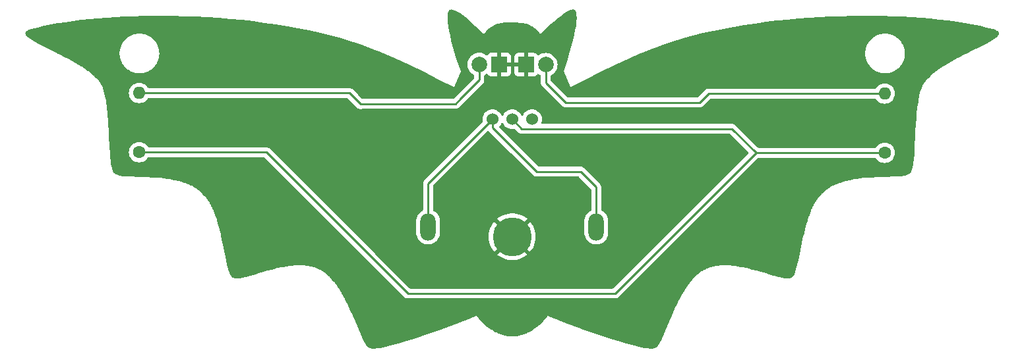
<source format=gbr>
%TF.GenerationSoftware,KiCad,Pcbnew,8.0.5*%
%TF.CreationDate,2025-02-18T13:06:51+00:00*%
%TF.ProjectId,bat-design,6261742d-6465-4736-9967-6e2e6b696361,v1*%
%TF.SameCoordinates,Original*%
%TF.FileFunction,Copper,L2,Bot*%
%TF.FilePolarity,Positive*%
%FSLAX46Y46*%
G04 Gerber Fmt 4.6, Leading zero omitted, Abs format (unit mm)*
G04 Created by KiCad (PCBNEW 8.0.5) date 2025-02-18 13:06:51*
%MOMM*%
%LPD*%
G01*
G04 APERTURE LIST*
%TA.AperFunction,ComponentPad*%
%ADD10R,2.000000X2.000000*%
%TD*%
%TA.AperFunction,ComponentPad*%
%ADD11C,2.000000*%
%TD*%
%TA.AperFunction,ComponentPad*%
%ADD12C,1.600000*%
%TD*%
%TA.AperFunction,ComponentPad*%
%ADD13O,1.600000X1.600000*%
%TD*%
%TA.AperFunction,ComponentPad*%
%ADD14O,2.000000X3.500000*%
%TD*%
%TA.AperFunction,SMDPad,CuDef*%
%ADD15C,5.000000*%
%TD*%
%TA.AperFunction,ComponentPad*%
%ADD16C,1.524000*%
%TD*%
%TA.AperFunction,Conductor*%
%ADD17C,0.250000*%
%TD*%
G04 APERTURE END LIST*
D10*
%TO.P,D1,1*%
%TO.N,GND*%
X93345000Y-149707600D03*
D11*
%TO.P,D1,2*%
%TO.N,Net-(D1-Pad2)*%
X90805000Y-149707600D03*
%TD*%
D10*
%TO.P,D2,1*%
%TO.N,GND*%
X96799400Y-149733000D03*
D11*
%TO.P,D2,2*%
%TO.N,Net-(D2-Pad2)*%
X99339400Y-149733000D03*
%TD*%
D12*
%TO.P,R1,1*%
%TO.N,Net-(R1-Pad1)*%
X47117000Y-160985200D03*
D13*
%TO.P,R1,2*%
%TO.N,Net-(D1-Pad2)*%
X47117000Y-153365200D03*
%TD*%
D12*
%TO.P,R2,1*%
%TO.N,Net-(R1-Pad1)*%
X142849600Y-161061400D03*
D13*
%TO.P,R2,2*%
%TO.N,Net-(D2-Pad2)*%
X142849600Y-153441400D03*
%TD*%
D14*
%TO.P,Battery:CR2032,1*%
%TO.N,Net-(BAT1-Pad1)*%
X84216400Y-170586400D03*
%TO.P,Battery:CR2032,2*%
X105816400Y-170586400D03*
D15*
%TO.P,Battery:CR2032,3*%
%TO.N,GND*%
X95016400Y-171856400D03*
%TD*%
D16*
%TO.P,switch,1*%
%TO.N,Net-(BAT1-Pad1)*%
X92481400Y-156743400D03*
%TO.P,switch,2*%
%TO.N,Net-(R1-Pad1)*%
X95021400Y-156743400D03*
%TO.P,switch,3*%
%TO.N,N/C*%
X97561400Y-156743400D03*
%TD*%
D17*
%TO.N,Net-(BAT1-Pad1)*%
X103809800Y-163474400D02*
X105816400Y-165481000D01*
X92481400Y-157821030D02*
X98134770Y-163474400D01*
X92481400Y-156743400D02*
X92481400Y-157821030D01*
X105816400Y-170586400D02*
X105816400Y-165481000D01*
X98134770Y-163474400D02*
X103809800Y-163474400D01*
X84216400Y-165008400D02*
X92481400Y-156743400D01*
X84216400Y-170586400D02*
X84216400Y-165008400D01*
%TO.N,Net-(D1-Pad2)*%
X75565000Y-154813000D02*
X75615800Y-154762200D01*
X90805000Y-151688800D02*
X88392000Y-154101800D01*
X90805000Y-149707600D02*
X90805000Y-151688800D01*
X75615800Y-154762200D02*
X87731600Y-154762200D01*
X87731600Y-154762200D02*
X88392000Y-154101800D01*
X74853800Y-154101800D02*
X75565000Y-154813000D01*
X74117200Y-153365200D02*
X74853800Y-154101800D01*
X47117000Y-153365200D02*
X74117200Y-153365200D01*
%TO.N,Net-(D2-Pad2)*%
X119100600Y-154584400D02*
X120243600Y-153441400D01*
X120243600Y-153441400D02*
X142849600Y-153441400D01*
X99339400Y-149733000D02*
X99339400Y-152044400D01*
X99339400Y-152044400D02*
X101879400Y-154584400D01*
X101879400Y-154584400D02*
X119100600Y-154584400D01*
%TO.N,Net-(R1-Pad1)*%
X123266200Y-157988000D02*
X126339600Y-161061400D01*
X47117000Y-160985200D02*
X63449200Y-160985200D01*
X63449200Y-160985200D02*
X81635600Y-179171600D01*
X95021400Y-156743400D02*
X96266000Y-157988000D01*
X96266000Y-157988000D02*
X123266200Y-157988000D01*
X108229400Y-179171600D02*
X126339600Y-161061400D01*
X126339600Y-161061400D02*
X142849600Y-161061400D01*
X81635600Y-179171600D02*
X108229400Y-179171600D01*
%TD*%
%TA.AperFunction,Conductor*%
%TO.N,GND*%
G36*
X87291834Y-142642476D02*
G01*
X87305430Y-142643752D01*
X87321197Y-142646248D01*
X87425416Y-142669593D01*
X87442123Y-142674571D01*
X87697761Y-142770463D01*
X87711795Y-142776729D01*
X87999685Y-142926982D01*
X88008135Y-142931817D01*
X88323214Y-143128634D01*
X88328727Y-143132282D01*
X88662277Y-143365817D01*
X88666303Y-143368757D01*
X89008660Y-143629325D01*
X89012796Y-143632613D01*
X89698856Y-144201899D01*
X89702500Y-144205042D01*
X90318051Y-144756832D01*
X90320484Y-144759071D01*
X90328335Y-144766490D01*
X90825711Y-145236474D01*
X90827869Y-145238563D01*
X91287074Y-145693678D01*
X91291363Y-145699797D01*
X91317153Y-145723601D01*
X91320390Y-145726698D01*
X91333107Y-145739302D01*
X91334679Y-145739912D01*
X91334820Y-145739906D01*
X91334821Y-145739907D01*
X91352578Y-145739194D01*
X91357061Y-145739095D01*
X91374843Y-145739016D01*
X91374843Y-145739015D01*
X91374978Y-145739015D01*
X91376530Y-145738331D01*
X91376621Y-145738232D01*
X91376623Y-145738232D01*
X91388708Y-145725136D01*
X91391739Y-145721966D01*
X91404293Y-145709302D01*
X91404292Y-145709300D01*
X91416475Y-145697010D01*
X91420489Y-145690701D01*
X91621607Y-145472790D01*
X91626135Y-145468134D01*
X91846741Y-145252830D01*
X91852216Y-145247796D01*
X92066359Y-145062285D01*
X92072806Y-145057063D01*
X92281594Y-144899120D01*
X92289019Y-144893915D01*
X92493547Y-144761314D01*
X92501910Y-144756342D01*
X92703466Y-144646825D01*
X92712558Y-144642350D01*
X92859059Y-144577438D01*
X92912846Y-144553606D01*
X92922293Y-144549868D01*
X93123033Y-144479665D01*
X93132170Y-144476853D01*
X93339997Y-144421466D01*
X93348214Y-144419570D01*
X93558263Y-144378427D01*
X93568221Y-144376888D01*
X94014634Y-144326144D01*
X94023167Y-144325468D01*
X94501735Y-144303959D01*
X94504667Y-144303862D01*
X95023980Y-144292740D01*
X95029754Y-144292749D01*
X95540643Y-144305516D01*
X95544474Y-144305671D01*
X96018120Y-144332342D01*
X96027152Y-144333177D01*
X96471864Y-144390534D01*
X96481747Y-144392211D01*
X96692091Y-144436584D01*
X96700011Y-144438526D01*
X96883946Y-144490011D01*
X96908318Y-144496833D01*
X96917009Y-144499608D01*
X97118636Y-144572147D01*
X97127584Y-144575759D01*
X97255858Y-144633343D01*
X97323870Y-144663875D01*
X97328649Y-144666020D01*
X97337286Y-144670302D01*
X97356652Y-144680844D01*
X97539352Y-144780300D01*
X97547330Y-144785032D01*
X97751917Y-144916787D01*
X97759088Y-144921764D01*
X97943811Y-145059718D01*
X97967361Y-145077305D01*
X97973654Y-145082326D01*
X98182800Y-145260436D01*
X98186577Y-145263652D01*
X98191960Y-145268510D01*
X98405618Y-145472821D01*
X98410631Y-145477614D01*
X98415164Y-145482175D01*
X98528420Y-145602137D01*
X98612655Y-145691360D01*
X98615130Y-145695213D01*
X98642735Y-145723261D01*
X98644551Y-145725145D01*
X98657671Y-145739041D01*
X98658633Y-145739461D01*
X98658680Y-145739461D01*
X98658681Y-145739462D01*
X98677787Y-145739613D01*
X98680310Y-145739659D01*
X98699458Y-145740211D01*
X98699458Y-145740210D01*
X98699504Y-145740212D01*
X98700480Y-145739828D01*
X98700513Y-145739794D01*
X98700515Y-145739795D01*
X98714101Y-145726422D01*
X98715952Y-145724638D01*
X98718838Y-145721913D01*
X98729878Y-145711491D01*
X98729878Y-145711490D01*
X98744657Y-145697537D01*
X98747269Y-145693777D01*
X99362465Y-145088290D01*
X99365123Y-145085751D01*
X100014836Y-144483961D01*
X100018243Y-144480919D01*
X100780368Y-143825435D01*
X100784242Y-143822237D01*
X101184910Y-143504880D01*
X101188877Y-143501865D01*
X101582651Y-143214850D01*
X101588468Y-143210857D01*
X101962271Y-142969412D01*
X101971364Y-142964066D01*
X102314775Y-142781160D01*
X102325367Y-142776138D01*
X102475963Y-142713168D01*
X102486430Y-142709328D01*
X102623789Y-142665739D01*
X102638838Y-142661967D01*
X102757861Y-142639827D01*
X102778977Y-142637718D01*
X102875919Y-142636252D01*
X102905599Y-142639338D01*
X102910648Y-142640479D01*
X102979376Y-142656013D01*
X103013921Y-142669406D01*
X103070160Y-142701415D01*
X103100695Y-142725758D01*
X103146910Y-142776153D01*
X103167610Y-142806729D01*
X103207271Y-142889243D01*
X103215559Y-142911760D01*
X103254141Y-143058362D01*
X103256709Y-143070533D01*
X103284412Y-143243766D01*
X103285838Y-143257410D01*
X103306624Y-143675713D01*
X103306621Y-143688272D01*
X103282358Y-144172430D01*
X103281653Y-144180845D01*
X103218234Y-144719958D01*
X103217391Y-144725898D01*
X103121004Y-145305740D01*
X103120182Y-145310194D01*
X102996809Y-145916722D01*
X102996055Y-145920180D01*
X102851750Y-146539959D01*
X102851087Y-146542669D01*
X102692443Y-147161647D01*
X102691601Y-147164764D01*
X102357134Y-148343298D01*
X102356216Y-148346383D01*
X102038905Y-149364686D01*
X102037983Y-149367525D01*
X101647025Y-150524891D01*
X101644609Y-150531441D01*
X101638516Y-150546643D01*
X101638610Y-150549051D01*
X101645874Y-150563726D01*
X101648796Y-150570066D01*
X102070532Y-151556034D01*
X102072729Y-151561522D01*
X102451184Y-152575382D01*
X102455809Y-152595707D01*
X102462422Y-152608322D01*
X102468867Y-152622753D01*
X102472868Y-152633472D01*
X102475738Y-152636189D01*
X102477284Y-152636671D01*
X102477285Y-152636673D01*
X102486660Y-152639599D01*
X102501423Y-152645247D01*
X102510363Y-152649327D01*
X102510363Y-152649326D01*
X102511834Y-152649998D01*
X102515785Y-152649890D01*
X102517218Y-152649138D01*
X102517219Y-152649139D01*
X102525916Y-152644579D01*
X102540350Y-152638132D01*
X102549558Y-152634696D01*
X102549558Y-152634694D01*
X102553704Y-152633147D01*
X102570711Y-152621097D01*
X104466162Y-151627493D01*
X104467652Y-151626726D01*
X106389784Y-150654524D01*
X106391590Y-150653630D01*
X108291429Y-149732767D01*
X108293537Y-149731772D01*
X110155844Y-148874914D01*
X110158504Y-148873729D01*
X111469683Y-148308148D01*
X140342740Y-148308148D01*
X140346216Y-148325618D01*
X140355112Y-148500471D01*
X140353431Y-148518128D01*
X140356329Y-148537057D01*
X140357617Y-148549714D01*
X140358591Y-148568854D01*
X140363796Y-148585813D01*
X140389544Y-148753956D01*
X140389619Y-148771194D01*
X140391500Y-148778580D01*
X140391500Y-148778581D01*
X140394505Y-148790384D01*
X140394538Y-148790511D01*
X140396981Y-148802525D01*
X140400002Y-148822247D01*
X140406667Y-148838146D01*
X140447696Y-148999262D01*
X140449534Y-149016927D01*
X140456102Y-149034883D01*
X140459871Y-149047067D01*
X140464588Y-149065592D01*
X140473044Y-149081203D01*
X140529298Y-149235005D01*
X140532904Y-149252360D01*
X140541269Y-149269603D01*
X140546237Y-149281316D01*
X140552825Y-149299328D01*
X140562798Y-149313982D01*
X140633392Y-149459506D01*
X140638368Y-149475471D01*
X140649141Y-149493235D01*
X140654769Y-149503574D01*
X140663837Y-149522266D01*
X140674532Y-149535098D01*
X140757384Y-149671702D01*
X140764040Y-149687561D01*
X140776032Y-149703593D01*
X140782867Y-149713720D01*
X140793249Y-149730838D01*
X140805462Y-149742934D01*
X140900793Y-149870373D01*
X140908745Y-149885172D01*
X140914136Y-149891118D01*
X140914136Y-149891120D01*
X140922612Y-149900470D01*
X140930136Y-149909598D01*
X140937692Y-149919699D01*
X140942506Y-149926134D01*
X140955509Y-149936760D01*
X141061963Y-150054187D01*
X141071579Y-150068580D01*
X141086279Y-150081909D01*
X141094994Y-150090625D01*
X141108317Y-150105321D01*
X141122699Y-150114932D01*
X141240498Y-150221746D01*
X141240513Y-150221759D01*
X141251068Y-150234688D01*
X141257574Y-150239564D01*
X141257575Y-150239565D01*
X141267718Y-150247166D01*
X141276783Y-150254647D01*
X141286174Y-150263162D01*
X141292203Y-150268629D01*
X141306903Y-150276535D01*
X141433845Y-150371675D01*
X141445903Y-150383871D01*
X141452484Y-150387874D01*
X141452485Y-150387875D01*
X141463057Y-150394305D01*
X141473147Y-150401132D01*
X141489222Y-150413180D01*
X141505022Y-150419830D01*
X141536758Y-150439134D01*
X141641749Y-150502996D01*
X141655098Y-150514095D01*
X141672890Y-150522649D01*
X141683771Y-150528555D01*
X141694228Y-150534916D01*
X141694228Y-150534915D01*
X141700650Y-150538822D01*
X141717226Y-150543967D01*
X141863185Y-150614147D01*
X141877482Y-150623837D01*
X141884611Y-150626443D01*
X141884612Y-150626445D01*
X141896154Y-150630665D01*
X141907483Y-150635447D01*
X141925412Y-150644068D01*
X141942331Y-150647550D01*
X142096209Y-150703815D01*
X142111464Y-150712105D01*
X142118739Y-150713980D01*
X142118740Y-150713981D01*
X142130600Y-150717037D01*
X142142410Y-150720709D01*
X142153903Y-150724912D01*
X142153903Y-150724911D01*
X142160963Y-150727493D01*
X142178225Y-150729312D01*
X142337706Y-150770417D01*
X142338865Y-150770716D01*
X142355152Y-150777569D01*
X142362292Y-150778659D01*
X142362293Y-150778660D01*
X142374182Y-150780476D01*
X142386592Y-150783017D01*
X142398252Y-150786023D01*
X142398252Y-150786022D01*
X142405252Y-150787827D01*
X142422921Y-150787924D01*
X142591054Y-150813619D01*
X142608039Y-150818823D01*
X142615166Y-150819182D01*
X142615167Y-150819183D01*
X142627122Y-150819785D01*
X142639805Y-150821070D01*
X142651649Y-150822880D01*
X142651649Y-150822879D01*
X142658721Y-150823960D01*
X142676399Y-150822268D01*
X142676558Y-150822276D01*
X142851706Y-150831102D01*
X142869077Y-150834555D01*
X142876259Y-150834191D01*
X142876260Y-150834192D01*
X142888255Y-150833584D01*
X142900947Y-150833584D01*
X142912950Y-150834189D01*
X142912950Y-150834188D01*
X142920133Y-150834550D01*
X142937497Y-150831094D01*
X143111811Y-150822276D01*
X143129465Y-150823963D01*
X143136550Y-150822879D01*
X143136551Y-150822880D01*
X143148397Y-150821069D01*
X143161060Y-150819785D01*
X143173043Y-150819179D01*
X143173043Y-150819178D01*
X143180204Y-150818816D01*
X143197164Y-150813616D01*
X143365235Y-150787930D01*
X143382771Y-150787842D01*
X143389891Y-150786014D01*
X143389893Y-150786015D01*
X143401653Y-150782996D01*
X143413924Y-150780491D01*
X143425907Y-150778660D01*
X143425907Y-150778659D01*
X143433177Y-150777548D01*
X143449336Y-150770757D01*
X143610962Y-150729273D01*
X143628362Y-150727448D01*
X143635296Y-150724911D01*
X143635297Y-150724912D01*
X143646704Y-150720740D01*
X143658642Y-150717035D01*
X143670416Y-150714014D01*
X143670416Y-150714012D01*
X143677574Y-150712176D01*
X143692951Y-150703829D01*
X143846940Y-150647523D01*
X143864088Y-150643978D01*
X143870727Y-150640770D01*
X143870729Y-150640771D01*
X143881668Y-150635486D01*
X143893187Y-150630613D01*
X143904588Y-150626445D01*
X143904588Y-150626444D01*
X143911509Y-150623914D01*
X143925995Y-150614075D01*
X144071019Y-150544024D01*
X144087361Y-150538936D01*
X144093970Y-150534915D01*
X144093972Y-150534916D01*
X144104582Y-150528461D01*
X144115225Y-150522672D01*
X144126400Y-150517275D01*
X144126400Y-150517273D01*
X144133376Y-150513904D01*
X144146522Y-150502950D01*
X144283077Y-150419890D01*
X144298579Y-150413387D01*
X144305014Y-150408588D01*
X144305016Y-150408589D01*
X144315123Y-150401051D01*
X144324942Y-150394426D01*
X144335715Y-150387875D01*
X144335715Y-150387873D01*
X144342576Y-150383701D01*
X144354404Y-150371764D01*
X144482321Y-150276390D01*
X144497653Y-150268140D01*
X144503168Y-150263109D01*
X144503170Y-150263110D01*
X144512192Y-150254881D01*
X144521757Y-150246987D01*
X144531556Y-150239682D01*
X144531556Y-150239679D01*
X144537547Y-150235213D01*
X144548552Y-150221726D01*
X144665484Y-150115099D01*
X144679205Y-150105934D01*
X144684811Y-150099787D01*
X144684813Y-150099787D01*
X144693443Y-150090324D01*
X144701632Y-150082138D01*
X144701883Y-150081909D01*
X144711083Y-150073521D01*
X144711083Y-150073520D01*
X144717226Y-150067919D01*
X144726395Y-150054199D01*
X144833576Y-149936697D01*
X144846927Y-149925823D01*
X144851507Y-149919700D01*
X144851508Y-149919700D01*
X144858896Y-149909822D01*
X144866693Y-149900391D01*
X144875007Y-149891278D01*
X144875006Y-149891276D01*
X144880160Y-149885627D01*
X144888329Y-149870475D01*
X144983736Y-149742934D01*
X144995949Y-149730837D01*
X144999929Y-149724274D01*
X144999931Y-149724274D01*
X145006337Y-149713709D01*
X145013167Y-149703593D01*
X145020568Y-149693700D01*
X145020567Y-149693698D01*
X145025162Y-149687557D01*
X145031819Y-149671695D01*
X145038522Y-149660643D01*
X145114747Y-149534965D01*
X145125746Y-149521718D01*
X145129057Y-149514827D01*
X145129058Y-149514827D01*
X145134399Y-149503709D01*
X145140236Y-149492940D01*
X145146592Y-149482460D01*
X145146627Y-149482403D01*
X145146626Y-149482402D01*
X145150591Y-149475866D01*
X145155681Y-149459419D01*
X145225558Y-149314003D01*
X145235218Y-149299753D01*
X145237840Y-149292582D01*
X145237842Y-149292582D01*
X145242080Y-149280992D01*
X145246842Y-149269711D01*
X145246844Y-149269707D01*
X145252178Y-149258608D01*
X145252177Y-149258607D01*
X145255487Y-149251720D01*
X145258960Y-149234841D01*
X145315100Y-149081354D01*
X145323336Y-149066219D01*
X145328293Y-149047067D01*
X145328332Y-149046912D01*
X145331975Y-149035217D01*
X145336213Y-149023632D01*
X145336212Y-149023630D01*
X145338833Y-149016466D01*
X145340649Y-148999325D01*
X145382369Y-148838140D01*
X145389270Y-148821775D01*
X145390355Y-148814693D01*
X145392164Y-148802871D01*
X145394729Y-148790387D01*
X145397731Y-148778793D01*
X145397730Y-148778792D01*
X145399520Y-148771879D01*
X145399631Y-148754108D01*
X145399642Y-148754039D01*
X145425403Y-148585808D01*
X145430606Y-148568854D01*
X145430970Y-148561698D01*
X145430972Y-148561697D01*
X145431582Y-148549698D01*
X145432870Y-148537050D01*
X145433019Y-148536081D01*
X145434684Y-148525207D01*
X145434683Y-148525206D01*
X145435769Y-148518122D01*
X145434086Y-148500468D01*
X145442983Y-148325610D01*
X145446459Y-148308145D01*
X145445491Y-148289136D01*
X145445491Y-148276321D01*
X145446098Y-148264406D01*
X145446097Y-148264405D01*
X145446458Y-148257321D01*
X145442984Y-148239852D01*
X145435505Y-148092857D01*
X145434087Y-148064990D01*
X145435770Y-148047333D01*
X145434445Y-148038680D01*
X145432869Y-148028391D01*
X145431582Y-148015748D01*
X145430972Y-148003753D01*
X145430970Y-148003751D01*
X145430607Y-147996603D01*
X145425404Y-147979642D01*
X145419936Y-147943938D01*
X145399630Y-147811339D01*
X145399521Y-147793574D01*
X145394730Y-147775061D01*
X145392163Y-147762571D01*
X145390352Y-147750739D01*
X145390350Y-147750738D01*
X145389270Y-147743681D01*
X145382370Y-147727312D01*
X145340650Y-147566127D01*
X145338834Y-147548986D01*
X145336212Y-147541818D01*
X145336213Y-147541818D01*
X145331976Y-147530235D01*
X145328331Y-147518531D01*
X145328310Y-147518451D01*
X145325247Y-147506615D01*
X145325246Y-147506614D01*
X145323337Y-147499236D01*
X145315102Y-147484099D01*
X145258958Y-147330599D01*
X145255487Y-147313731D01*
X145252177Y-147306844D01*
X145252178Y-147306843D01*
X145246833Y-147295721D01*
X145242074Y-147284440D01*
X145240485Y-147280096D01*
X145237842Y-147272868D01*
X145237841Y-147272867D01*
X145235222Y-147265705D01*
X145225560Y-147251448D01*
X145155683Y-147106026D01*
X145150597Y-147089588D01*
X145146591Y-147082983D01*
X145140227Y-147072488D01*
X145134397Y-147061726D01*
X145133999Y-147060898D01*
X145129058Y-147050614D01*
X145129057Y-147050613D01*
X145125745Y-147043720D01*
X145114749Y-147030474D01*
X145031811Y-146893705D01*
X145025151Y-146877833D01*
X145020566Y-146871706D01*
X145020567Y-146871706D01*
X145013171Y-146861822D01*
X145006326Y-146851679D01*
X144995973Y-146834606D01*
X144983743Y-146822488D01*
X144888333Y-146694965D01*
X144880158Y-146679803D01*
X144866697Y-146665050D01*
X144858889Y-146655610D01*
X144851504Y-146645738D01*
X144851503Y-146645737D01*
X144846930Y-146639625D01*
X144833577Y-146628748D01*
X144726396Y-146511273D01*
X144717231Y-146497562D01*
X144701617Y-146483325D01*
X144693430Y-146475141D01*
X144679202Y-146459546D01*
X144665487Y-146450384D01*
X144548563Y-146343779D01*
X144537582Y-146330319D01*
X144521760Y-146318516D01*
X144512209Y-146310632D01*
X144497631Y-146297341D01*
X144482330Y-146289105D01*
X144354393Y-146193676D01*
X144342532Y-146181707D01*
X144335710Y-146177559D01*
X144335710Y-146177558D01*
X144324957Y-146171019D01*
X144315111Y-146164376D01*
X144305027Y-146156854D01*
X144305026Y-146156854D01*
X144298629Y-146152082D01*
X144283090Y-146145562D01*
X144146528Y-146062525D01*
X144133396Y-146051585D01*
X144115224Y-146042807D01*
X144104576Y-146037016D01*
X144093964Y-146030563D01*
X144093963Y-146030563D01*
X144087332Y-146026531D01*
X144071013Y-146021449D01*
X143926000Y-145951397D01*
X143911509Y-145941554D01*
X143893189Y-145934856D01*
X143881662Y-145929979D01*
X143870731Y-145924699D01*
X143864101Y-145921496D01*
X143846948Y-145917948D01*
X143755861Y-145884642D01*
X143692953Y-145861639D01*
X143677597Y-145853303D01*
X143670421Y-145851460D01*
X143658633Y-145848432D01*
X143646721Y-145844735D01*
X143635297Y-145840558D01*
X143628345Y-145838016D01*
X143610961Y-145836191D01*
X143610910Y-145836178D01*
X143449341Y-145794688D01*
X143433164Y-145787889D01*
X143413934Y-145784950D01*
X143401638Y-145782438D01*
X143389900Y-145779424D01*
X143389899Y-145779424D01*
X143382800Y-145777601D01*
X143365249Y-145777509D01*
X143197161Y-145751822D01*
X143180209Y-145746625D01*
X143173045Y-145746262D01*
X143164059Y-145745807D01*
X143161057Y-145745655D01*
X143148396Y-145744370D01*
X143129466Y-145741477D01*
X143111823Y-145743161D01*
X142939989Y-145734462D01*
X142923365Y-145730716D01*
X142903717Y-145731706D01*
X142900980Y-145731844D01*
X142900960Y-145731845D01*
X142888260Y-145731843D01*
X142865854Y-145730710D01*
X142849221Y-145734453D01*
X142676382Y-145743169D01*
X142658710Y-145741480D01*
X142639812Y-145744368D01*
X142627130Y-145745654D01*
X142608035Y-145746617D01*
X142591056Y-145751819D01*
X142422912Y-145777515D01*
X142405234Y-145777614D01*
X142386595Y-145782420D01*
X142374181Y-145784962D01*
X142355168Y-145787868D01*
X142338869Y-145794727D01*
X142178221Y-145836153D01*
X142160974Y-145837972D01*
X142142395Y-145844765D01*
X142130597Y-145848433D01*
X142111453Y-145853370D01*
X142096212Y-145861652D01*
X141942323Y-145917921D01*
X141925401Y-145921406D01*
X141907469Y-145930028D01*
X141896150Y-145934805D01*
X141884612Y-145939025D01*
X141884611Y-145939025D01*
X141877484Y-145941632D01*
X141863191Y-145951320D01*
X141717233Y-146021507D01*
X141700679Y-146026644D01*
X141683763Y-146036930D01*
X141672917Y-146042817D01*
X141655070Y-146051400D01*
X141641744Y-146062480D01*
X141505014Y-146145619D01*
X141489173Y-146152289D01*
X141473149Y-146164303D01*
X141463038Y-146171144D01*
X141445936Y-146181543D01*
X141433857Y-146193763D01*
X141306895Y-146288959D01*
X141292227Y-146296850D01*
X141276757Y-146310875D01*
X141267725Y-146318329D01*
X141251030Y-146330847D01*
X141240505Y-146343741D01*
X141122702Y-146450546D01*
X141108325Y-146460152D01*
X141094984Y-146474864D01*
X141086286Y-146483562D01*
X141071572Y-146496903D01*
X141061962Y-146511285D01*
X140955512Y-146628682D01*
X140942502Y-146639313D01*
X140930141Y-146655834D01*
X140922604Y-146664977D01*
X140908744Y-146680263D01*
X140900793Y-146695060D01*
X140805457Y-146822487D01*
X140793228Y-146834603D01*
X140782865Y-146851692D01*
X140776019Y-146861834D01*
X140764050Y-146877831D01*
X140757389Y-146893702D01*
X140674531Y-147030339D01*
X140663835Y-147043175D01*
X140654766Y-147061872D01*
X140649140Y-147072209D01*
X140638364Y-147089979D01*
X140633394Y-147105928D01*
X140562790Y-147251479D01*
X140552821Y-147266130D01*
X140546235Y-147284136D01*
X140541274Y-147295834D01*
X140532902Y-147313095D01*
X140529298Y-147330444D01*
X140504120Y-147399282D01*
X140473041Y-147484254D01*
X140464585Y-147499868D01*
X140459869Y-147518387D01*
X140456102Y-147530564D01*
X140449533Y-147548525D01*
X140447695Y-147566190D01*
X140406666Y-147727309D01*
X140400000Y-147743211D01*
X140396979Y-147762932D01*
X140394537Y-147774939D01*
X140389617Y-147794262D01*
X140389543Y-147811496D01*
X140363794Y-147979644D01*
X140358591Y-147996601D01*
X140357617Y-148015737D01*
X140356329Y-148028391D01*
X140353430Y-148047328D01*
X140355112Y-148064983D01*
X140346214Y-148239857D01*
X140342741Y-148257324D01*
X140343708Y-148276328D01*
X140343708Y-148289128D01*
X140342740Y-148308148D01*
X111469683Y-148308148D01*
X111968836Y-148092837D01*
X111971166Y-148091862D01*
X112851187Y-147734191D01*
X112852884Y-147733517D01*
X113714527Y-147399347D01*
X113716517Y-147398596D01*
X114557437Y-147089681D01*
X114559719Y-147088868D01*
X115377771Y-146806811D01*
X115380408Y-146805935D01*
X116173947Y-146552202D01*
X116176993Y-146551270D01*
X116944154Y-146327327D01*
X116947093Y-146326508D01*
X118215729Y-145989967D01*
X118218186Y-145989342D01*
X119509275Y-145675192D01*
X119511640Y-145674641D01*
X120822666Y-145382599D01*
X120824847Y-145382134D01*
X122153299Y-145111934D01*
X122155346Y-145111537D01*
X123498874Y-144862837D01*
X123500796Y-144862498D01*
X124856992Y-144635022D01*
X124858920Y-144634715D01*
X126225396Y-144428166D01*
X126227292Y-144427895D01*
X127601578Y-144241938D01*
X127603396Y-144241706D01*
X128983124Y-144076044D01*
X128984940Y-144075840D01*
X129113920Y-144062251D01*
X130367698Y-143930156D01*
X130369254Y-143930002D01*
X131753027Y-143803965D01*
X131754644Y-143803830D01*
X133137306Y-143697160D01*
X133138946Y-143697044D01*
X134516756Y-143609413D01*
X134518133Y-143609335D01*
X135890013Y-143540432D01*
X135891640Y-143540361D01*
X137253293Y-143489878D01*
X137254796Y-143489832D01*
X138606720Y-143457430D01*
X138608209Y-143457405D01*
X139945987Y-143442788D01*
X139947434Y-143442781D01*
X141269406Y-143445637D01*
X141270983Y-143445651D01*
X142574635Y-143465655D01*
X142576318Y-143465692D01*
X143858925Y-143502512D01*
X143860612Y-143502572D01*
X145119280Y-143555913D01*
X145120810Y-143555988D01*
X146355468Y-143625526D01*
X146357260Y-143625641D01*
X147562784Y-143711044D01*
X147564497Y-143711178D01*
X148740079Y-143812141D01*
X148741846Y-143812307D01*
X149885146Y-143928493D01*
X149887010Y-143928698D01*
X150994220Y-144059787D01*
X150996213Y-144060041D01*
X152066159Y-144205696D01*
X152068410Y-144206024D01*
X153098104Y-144365899D01*
X153100461Y-144366289D01*
X154087984Y-144540097D01*
X154090636Y-144540594D01*
X155033650Y-144727912D01*
X155036614Y-144728538D01*
X155931276Y-144929056D01*
X155934463Y-144929814D01*
X156777666Y-145142408D01*
X156785553Y-145144673D01*
X157081119Y-145240114D01*
X157097721Y-145246813D01*
X157306772Y-145349015D01*
X157324016Y-145359219D01*
X157357203Y-145382610D01*
X157390541Y-145406108D01*
X157405273Y-145418263D01*
X157453536Y-145464664D01*
X157469046Y-145482692D01*
X157498444Y-145524224D01*
X157512477Y-145549947D01*
X157517004Y-145561187D01*
X157527568Y-145587417D01*
X157535530Y-145617429D01*
X157540767Y-145655757D01*
X157541332Y-145685044D01*
X157537117Y-145728266D01*
X157531925Y-145753783D01*
X157516052Y-145804335D01*
X157507658Y-145824661D01*
X157479075Y-145879698D01*
X157466955Y-145898672D01*
X157356343Y-146041807D01*
X157342706Y-146056790D01*
X157175560Y-146213099D01*
X157165941Y-146221232D01*
X156942464Y-146391788D01*
X156935889Y-146396480D01*
X156664022Y-146577634D01*
X156657576Y-146581655D01*
X155982524Y-146974885D01*
X155977700Y-146977555D01*
X155166566Y-147403669D01*
X155164512Y-147404724D01*
X154251868Y-147863025D01*
X154251678Y-147863120D01*
X153316479Y-148330775D01*
X153314142Y-148331430D01*
X153276465Y-148350777D01*
X153275270Y-148351382D01*
X153237219Y-148370411D01*
X153235300Y-148371916D01*
X152312047Y-148846051D01*
X152306983Y-148847564D01*
X152273328Y-148865895D01*
X152270663Y-148867305D01*
X152264243Y-148870602D01*
X152236555Y-148884821D01*
X152232448Y-148888161D01*
X151317726Y-149386399D01*
X151310154Y-149388921D01*
X151280689Y-149406467D01*
X151276500Y-149408854D01*
X151246359Y-149425272D01*
X151240325Y-149430501D01*
X150368035Y-149949914D01*
X150359977Y-149952963D01*
X150332072Y-149971201D01*
X150327608Y-149973987D01*
X150298942Y-149991057D01*
X150292658Y-149996961D01*
X149921662Y-150239445D01*
X149915019Y-150242251D01*
X149886022Y-150262652D01*
X149882464Y-150265065D01*
X149852777Y-150284470D01*
X149847707Y-150289609D01*
X149498898Y-150535021D01*
X149490694Y-150538874D01*
X149464833Y-150558836D01*
X149460351Y-150562141D01*
X149433617Y-150580951D01*
X149427513Y-150587647D01*
X149106698Y-150835310D01*
X149097759Y-150840035D01*
X149074122Y-150860257D01*
X149069214Y-150864246D01*
X149044636Y-150883221D01*
X149038182Y-150891009D01*
X148746775Y-151140341D01*
X148736142Y-151146768D01*
X148716438Y-151165956D01*
X148710457Y-151171417D01*
X148689544Y-151189311D01*
X148682179Y-151199318D01*
X148425042Y-151449722D01*
X148413136Y-151458133D01*
X148397208Y-151476286D01*
X148390409Y-151483448D01*
X148373107Y-151500298D01*
X148365325Y-151512625D01*
X148145348Y-151763349D01*
X148132099Y-151774589D01*
X148120600Y-151790636D01*
X148112901Y-151800335D01*
X148099896Y-151815158D01*
X148091960Y-151830605D01*
X147912669Y-152080820D01*
X147898887Y-152095362D01*
X147891408Y-152108964D01*
X147883423Y-152121637D01*
X147874393Y-152134239D01*
X147867224Y-152152949D01*
X147730671Y-152401322D01*
X147719473Y-152416203D01*
X147712647Y-152432584D01*
X147706758Y-152444813D01*
X147698210Y-152460362D01*
X147693558Y-152478397D01*
X147609256Y-152680723D01*
X147602933Y-152690795D01*
X147593649Y-152717569D01*
X147590915Y-152724740D01*
X147580011Y-152750911D01*
X147578024Y-152762630D01*
X147500949Y-152984897D01*
X147496112Y-152993644D01*
X147487348Y-153023651D01*
X147485448Y-153029603D01*
X147475212Y-153059123D01*
X147474088Y-153069057D01*
X147403264Y-153311572D01*
X147399345Y-153319506D01*
X147391467Y-153351549D01*
X147390062Y-153356778D01*
X147380805Y-153388483D01*
X147380220Y-153397308D01*
X147315782Y-153659454D01*
X147311664Y-153668887D01*
X147308948Y-153683039D01*
X147305855Y-153699146D01*
X147304478Y-153705444D01*
X147297124Y-153735365D01*
X147296929Y-153745657D01*
X147170080Y-154406600D01*
X147166469Y-154416185D01*
X147162205Y-154446759D01*
X147161156Y-154453094D01*
X147155334Y-154483438D01*
X147155664Y-154493675D01*
X147055609Y-155211305D01*
X147053194Y-155218688D01*
X147049692Y-155253114D01*
X147049132Y-155257756D01*
X147044346Y-155292084D01*
X147044940Y-155299834D01*
X146967843Y-156057902D01*
X146966273Y-156063270D01*
X146963413Y-156101055D01*
X146963125Y-156104293D01*
X146959296Y-156141936D01*
X146959897Y-156147491D01*
X146900606Y-156930854D01*
X146899355Y-156935543D01*
X146897277Y-156974413D01*
X146897098Y-156977187D01*
X146894156Y-157016089D01*
X146894795Y-157020905D01*
X146805591Y-158690984D01*
X146805209Y-158692511D01*
X146803182Y-158736051D01*
X146803139Y-158736904D01*
X146800812Y-158780500D01*
X146801041Y-158782056D01*
X146725212Y-160411688D01*
X146725113Y-160413526D01*
X146678332Y-161178057D01*
X146678092Y-161181291D01*
X146617611Y-161875931D01*
X146617043Y-161881178D01*
X146538294Y-162489510D01*
X146536894Y-162498026D01*
X146435580Y-163004988D01*
X146432973Y-163015610D01*
X146373074Y-163220763D01*
X146369917Y-163230180D01*
X146304149Y-163403369D01*
X146297947Y-163417149D01*
X146226875Y-163552697D01*
X146215333Y-163570777D01*
X146140349Y-163668726D01*
X146121231Y-163688706D01*
X146090764Y-163714238D01*
X146020822Y-163772848D01*
X145999888Y-163787073D01*
X145862599Y-163861410D01*
X145846302Y-163868790D01*
X145671493Y-163933425D01*
X145659298Y-163937243D01*
X145451444Y-163990915D01*
X145439238Y-163993431D01*
X144921550Y-164073658D01*
X144911950Y-164074770D01*
X144291730Y-164122638D01*
X144285992Y-164122950D01*
X142788407Y-164170011D01*
X142787962Y-164170024D01*
X141994048Y-164192168D01*
X141990166Y-164191542D01*
X141949836Y-164193381D01*
X141947613Y-164193463D01*
X141907346Y-164194586D01*
X141903521Y-164195493D01*
X141115304Y-164231444D01*
X141108836Y-164230563D01*
X141072422Y-164233342D01*
X141068581Y-164233576D01*
X141032166Y-164235238D01*
X141025853Y-164236898D01*
X140211858Y-164299054D01*
X140202786Y-164298164D01*
X140170411Y-164302093D01*
X140164830Y-164302645D01*
X140132347Y-164305126D01*
X140123627Y-164307772D01*
X139302575Y-164407440D01*
X139293917Y-164406967D01*
X139261063Y-164412367D01*
X139255819Y-164413116D01*
X139222819Y-164417122D01*
X139214635Y-164419999D01*
X138848689Y-164480154D01*
X138841542Y-164480036D01*
X138806616Y-164486996D01*
X138802435Y-164487757D01*
X138767368Y-164493522D01*
X138760728Y-164496144D01*
X138398479Y-164568351D01*
X138390513Y-164568507D01*
X138357114Y-164576503D01*
X138352416Y-164577533D01*
X138318778Y-164584239D01*
X138311472Y-164587432D01*
X137955016Y-164672788D01*
X137946348Y-164673307D01*
X137914367Y-164682406D01*
X137909240Y-164683749D01*
X137876900Y-164691495D01*
X137869091Y-164695290D01*
X137518171Y-164795148D01*
X137508506Y-164796166D01*
X137478478Y-164806292D01*
X137472710Y-164808084D01*
X137442251Y-164816753D01*
X137433708Y-164821391D01*
X137090961Y-164936988D01*
X137080469Y-164938634D01*
X137052327Y-164949828D01*
X137046034Y-164952140D01*
X137017295Y-164961834D01*
X137008230Y-164967370D01*
X136675382Y-165099783D01*
X136664133Y-165102198D01*
X136637889Y-165114465D01*
X136631118Y-165117391D01*
X136604231Y-165128088D01*
X136594766Y-165134622D01*
X136272348Y-165285326D01*
X136260277Y-165288712D01*
X136236321Y-165301872D01*
X136229019Y-165305579D01*
X136204254Y-165317155D01*
X136194395Y-165324903D01*
X135884880Y-165494935D01*
X135872085Y-165499488D01*
X135850494Y-165513454D01*
X135842734Y-165518087D01*
X135820193Y-165530470D01*
X135810116Y-165539572D01*
X135515114Y-165730394D01*
X135502327Y-165736029D01*
X135482325Y-165751189D01*
X135474654Y-165756566D01*
X135453584Y-165770195D01*
X135443929Y-165780289D01*
X135162870Y-165993311D01*
X135149283Y-166000637D01*
X135132353Y-166015879D01*
X135124163Y-166022649D01*
X135106001Y-166036415D01*
X135096247Y-166048385D01*
X134833336Y-166285086D01*
X134820273Y-166293634D01*
X134804894Y-166310071D01*
X134797200Y-166317619D01*
X134780460Y-166332690D01*
X134771661Y-166345588D01*
X134527044Y-166607028D01*
X134515640Y-166615900D01*
X134500433Y-166634916D01*
X134494042Y-166642301D01*
X134477407Y-166660080D01*
X134470264Y-166672642D01*
X134304373Y-166880082D01*
X134294781Y-166888730D01*
X134279521Y-166910700D01*
X134274443Y-166917508D01*
X134257733Y-166938404D01*
X134252182Y-166950057D01*
X134096298Y-167174482D01*
X134088158Y-167182818D01*
X134073222Y-167207314D01*
X134069134Y-167213590D01*
X134052748Y-167237184D01*
X134048411Y-167248012D01*
X133901833Y-167488447D01*
X133895289Y-167495923D01*
X133880303Y-167523470D01*
X133877210Y-167528837D01*
X133860900Y-167555593D01*
X133857715Y-167564994D01*
X133718818Y-167820333D01*
X133712885Y-167827808D01*
X133698956Y-167856556D01*
X133696254Y-167861814D01*
X133680996Y-167889867D01*
X133678372Y-167899048D01*
X133548143Y-168167878D01*
X133543437Y-168174358D01*
X133529700Y-168205733D01*
X133527679Y-168210120D01*
X133512727Y-168240990D01*
X133510859Y-168248772D01*
X133387512Y-168530516D01*
X133381836Y-168539121D01*
X133370958Y-168567917D01*
X133368513Y-168573916D01*
X133356174Y-168602099D01*
X133354221Y-168612220D01*
X133098438Y-169289330D01*
X133092976Y-169298647D01*
X133083902Y-169327283D01*
X133081662Y-169333739D01*
X133071053Y-169361827D01*
X133069571Y-169372520D01*
X132844563Y-170082778D01*
X132840600Y-170090349D01*
X132831820Y-170122646D01*
X132830352Y-170127635D01*
X132820250Y-170159527D01*
X132819484Y-170168029D01*
X132621412Y-170896778D01*
X132618586Y-170902688D01*
X132610108Y-170938145D01*
X132609152Y-170941885D01*
X132599590Y-170977068D01*
X132599240Y-170983602D01*
X132423841Y-171717233D01*
X132421839Y-171721720D01*
X132413650Y-171759723D01*
X132413024Y-171762474D01*
X132403986Y-171800283D01*
X132403852Y-171805202D01*
X132247723Y-172529906D01*
X132246530Y-172532717D01*
X132238330Y-172573451D01*
X132237983Y-172575114D01*
X132229218Y-172615808D01*
X132229190Y-172618863D01*
X131927170Y-174119441D01*
X131927062Y-174119974D01*
X131782502Y-174822537D01*
X131781940Y-174825129D01*
X131637101Y-175460930D01*
X131635951Y-175465568D01*
X131487387Y-176019782D01*
X131484868Y-176028038D01*
X131327345Y-176487284D01*
X131323301Y-176497578D01*
X131241551Y-176681515D01*
X131236707Y-176691257D01*
X131151391Y-176845733D01*
X131143528Y-176858190D01*
X131057007Y-176978978D01*
X131043629Y-176994741D01*
X130958517Y-177079775D01*
X130935530Y-177097929D01*
X130838193Y-177157868D01*
X130810867Y-177170474D01*
X130686233Y-177210747D01*
X130664144Y-177215746D01*
X130504993Y-177236966D01*
X130489124Y-177238069D01*
X130299257Y-177239250D01*
X130287874Y-177238805D01*
X130070586Y-177220462D01*
X130062422Y-177219504D01*
X129820867Y-177183127D01*
X129812708Y-177181622D01*
X129254480Y-177059526D01*
X129248276Y-177058004D01*
X128613005Y-176884901D01*
X128610224Y-176884108D01*
X127951479Y-176688260D01*
X127951223Y-176688124D01*
X127907074Y-176675059D01*
X127906935Y-176675018D01*
X127887141Y-176669133D01*
X127864062Y-176662271D01*
X127863766Y-176662242D01*
X126391781Y-176226609D01*
X126386254Y-176223803D01*
X126350502Y-176214337D01*
X126347001Y-176213356D01*
X126311544Y-176202863D01*
X126305364Y-176202386D01*
X125558938Y-176004758D01*
X125551918Y-176001482D01*
X125518081Y-175993852D01*
X125513564Y-175992744D01*
X125502181Y-175989731D01*
X125480072Y-175983877D01*
X125472331Y-175983535D01*
X124705236Y-175810568D01*
X124695831Y-175806671D01*
X124665296Y-175801396D01*
X124659042Y-175800152D01*
X124646519Y-175797329D01*
X124628828Y-175793340D01*
X124618648Y-175793338D01*
X123842497Y-175659260D01*
X123833340Y-175655986D01*
X123801921Y-175652103D01*
X123795935Y-175651217D01*
X123764728Y-175645827D01*
X123755007Y-175646305D01*
X123410501Y-175603733D01*
X123402969Y-175601399D01*
X123368606Y-175598465D01*
X123363874Y-175597971D01*
X123329690Y-175593747D01*
X123321845Y-175594472D01*
X122979780Y-175565269D01*
X122971301Y-175563012D01*
X122938179Y-175561603D01*
X122932821Y-175561260D01*
X122899865Y-175558446D01*
X122891169Y-175559604D01*
X122551818Y-175545173D01*
X122542258Y-175543089D01*
X122510657Y-175543275D01*
X122504568Y-175543163D01*
X122473047Y-175541823D01*
X122463414Y-175543555D01*
X122127913Y-175545547D01*
X122117327Y-175543800D01*
X122087231Y-175545604D01*
X122080449Y-175545828D01*
X122050310Y-175546008D01*
X122039866Y-175548444D01*
X121709560Y-175568254D01*
X121697848Y-175567004D01*
X121669531Y-175570424D01*
X121661980Y-175571106D01*
X121633503Y-175572816D01*
X121622207Y-175576141D01*
X121297849Y-175615325D01*
X121285054Y-175614778D01*
X121258590Y-175619785D01*
X121250285Y-175621071D01*
X121223568Y-175624299D01*
X121211535Y-175628690D01*
X120894260Y-175688730D01*
X120880483Y-175689106D01*
X120855949Y-175695637D01*
X120846979Y-175697677D01*
X120822016Y-175702403D01*
X120809433Y-175708020D01*
X120500150Y-175790364D01*
X120485401Y-175791903D01*
X120463006Y-175799835D01*
X120453365Y-175802821D01*
X120430414Y-175808932D01*
X120417376Y-175815998D01*
X120116742Y-175922486D01*
X120101389Y-175925391D01*
X120080915Y-175934687D01*
X120070904Y-175938724D01*
X120049713Y-175946231D01*
X120036633Y-175954793D01*
X119745529Y-176086968D01*
X119729575Y-176091489D01*
X119711348Y-176101895D01*
X119700983Y-176107193D01*
X119681882Y-176115867D01*
X119668870Y-176126150D01*
X119420702Y-176267849D01*
X119405742Y-176273597D01*
X119387818Y-176286056D01*
X119378388Y-176292010D01*
X119359397Y-176302854D01*
X119347767Y-176313894D01*
X119107064Y-176481207D01*
X119093878Y-176487586D01*
X119075283Y-176502821D01*
X119067352Y-176508811D01*
X119047624Y-176522525D01*
X119037878Y-176533468D01*
X118804438Y-176724735D01*
X118792858Y-176731449D01*
X118773935Y-176749323D01*
X118767279Y-176755181D01*
X118747157Y-176771669D01*
X118739030Y-176782298D01*
X118512759Y-176996050D01*
X118502844Y-177002709D01*
X118483536Y-177023332D01*
X118478088Y-177028804D01*
X118457538Y-177048218D01*
X118450924Y-177058165D01*
X118231500Y-177292533D01*
X118222893Y-177299065D01*
X118203591Y-177322071D01*
X118199050Y-177327195D01*
X118178537Y-177349105D01*
X118173087Y-177358430D01*
X117960391Y-177611949D01*
X117953038Y-177618144D01*
X117933751Y-177643482D01*
X117930027Y-177648140D01*
X117909558Y-177672540D01*
X117905135Y-177681078D01*
X117699093Y-177951788D01*
X117692777Y-177957610D01*
X117673678Y-177985000D01*
X117670593Y-177989233D01*
X117650367Y-178015809D01*
X117646758Y-178023608D01*
X117446838Y-178310329D01*
X117439482Y-178317781D01*
X117423369Y-178343686D01*
X117419740Y-178349194D01*
X117402268Y-178374254D01*
X117398323Y-178383949D01*
X116971108Y-179070767D01*
X116963780Y-179079041D01*
X116949568Y-179105026D01*
X116946017Y-179111106D01*
X116930365Y-179136269D01*
X116926758Y-179146728D01*
X116528901Y-179874122D01*
X116523494Y-179880866D01*
X116508754Y-179910727D01*
X116506319Y-179915408D01*
X116490333Y-179944639D01*
X116487916Y-179952944D01*
X116118193Y-180701984D01*
X116114276Y-180707253D01*
X116099173Y-180740383D01*
X116097515Y-180743876D01*
X116081398Y-180776533D01*
X116079792Y-180782901D01*
X115736658Y-181535668D01*
X115733532Y-181540126D01*
X115718587Y-181575213D01*
X115717320Y-181578089D01*
X115701529Y-181612735D01*
X115700348Y-181618044D01*
X115033440Y-183184037D01*
X115033299Y-183184369D01*
X114432530Y-184583935D01*
X114430375Y-184588680D01*
X114157459Y-185158256D01*
X114153655Y-185165572D01*
X113895032Y-185625454D01*
X113889426Y-185634504D01*
X113768703Y-185812180D01*
X113762069Y-185821074D01*
X113645907Y-185963292D01*
X113634676Y-185975341D01*
X113526403Y-186077240D01*
X113507244Y-186092072D01*
X113409271Y-186153837D01*
X113380271Y-186167321D01*
X113227335Y-186215971D01*
X113203943Y-186221027D01*
X112992045Y-186246096D01*
X112976889Y-186246969D01*
X112708811Y-186246219D01*
X112699028Y-186245811D01*
X112380971Y-186220143D01*
X112374236Y-186219416D01*
X112011753Y-186170439D01*
X112006659Y-186169645D01*
X111605633Y-186098650D01*
X111600177Y-186097559D01*
X110691659Y-185894983D01*
X110686714Y-185893775D01*
X109668064Y-185623030D01*
X109664686Y-185622082D01*
X108564769Y-185296690D01*
X108562298Y-185295931D01*
X107411007Y-184929488D01*
X107409149Y-184928881D01*
X106236460Y-184535490D01*
X106234415Y-184534784D01*
X103954590Y-183726205D01*
X103952654Y-183725501D01*
X103797373Y-183667552D01*
X103721770Y-183639337D01*
X101939321Y-182974147D01*
X101937942Y-182973623D01*
X100417266Y-182385751D01*
X100416279Y-182385364D01*
X99640215Y-182077818D01*
X99616463Y-182063682D01*
X99611548Y-182062141D01*
X99611547Y-182062141D01*
X99603155Y-182059510D01*
X99589216Y-182059725D01*
X99574433Y-182063476D01*
X99562085Y-182069930D01*
X99552376Y-182079943D01*
X99538241Y-182103690D01*
X99296247Y-182393087D01*
X99293057Y-182396756D01*
X99031259Y-182686355D01*
X99027730Y-182690102D01*
X98762516Y-182960417D01*
X98758632Y-182964209D01*
X98490374Y-183215039D01*
X98486050Y-183218899D01*
X98214775Y-183450109D01*
X98210090Y-183453913D01*
X97936176Y-183665592D01*
X97930996Y-183669388D01*
X97654882Y-183861121D01*
X97649240Y-183864817D01*
X97497208Y-183958711D01*
X97370895Y-184036720D01*
X97364774Y-184040267D01*
X97084495Y-184192328D01*
X97077842Y-184195686D01*
X96796044Y-184327642D01*
X96788876Y-184330732D01*
X96505607Y-184442554D01*
X96498016Y-184445273D01*
X96213456Y-184537044D01*
X96205428Y-184539342D01*
X95919909Y-184610937D01*
X95911437Y-184612755D01*
X95624745Y-184664008D01*
X95616068Y-184665249D01*
X95328605Y-184696219D01*
X95319713Y-184696860D01*
X95031598Y-184707397D01*
X95022390Y-184707397D01*
X94734197Y-184696861D01*
X94725303Y-184696220D01*
X94437820Y-184665248D01*
X94429136Y-184664005D01*
X94168558Y-184617405D01*
X94142525Y-184612749D01*
X94134115Y-184610946D01*
X94072443Y-184595508D01*
X93848478Y-184539441D01*
X93840402Y-184537131D01*
X93555899Y-184445378D01*
X93548274Y-184442645D01*
X93537008Y-184438194D01*
X93348918Y-184363880D01*
X93265017Y-184330731D01*
X93257882Y-184327655D01*
X93185082Y-184293565D01*
X92976025Y-184195670D01*
X92969406Y-184192330D01*
X92969402Y-184192328D01*
X92865291Y-184135880D01*
X92689182Y-184040396D01*
X92682987Y-184036806D01*
X92404745Y-183864812D01*
X92399147Y-183861142D01*
X92362833Y-183835935D01*
X92240499Y-183751017D01*
X92122915Y-183669396D01*
X92117718Y-183665588D01*
X91843831Y-183453930D01*
X91839128Y-183450111D01*
X91567939Y-183218891D01*
X91563649Y-183215062D01*
X91295272Y-182964213D01*
X91291371Y-182960405D01*
X91094209Y-182759451D01*
X91026149Y-182690081D01*
X91022628Y-182686343D01*
X90842652Y-182487255D01*
X90760856Y-182396772D01*
X90757655Y-182393091D01*
X90633495Y-182244554D01*
X90515752Y-182103693D01*
X90501617Y-182079936D01*
X90498042Y-182076249D01*
X90498042Y-182076248D01*
X90498040Y-182076247D01*
X90491923Y-182069938D01*
X90479589Y-182063487D01*
X90464767Y-182059723D01*
X90450853Y-182059509D01*
X90437565Y-182063671D01*
X90413806Y-182077808D01*
X89637713Y-182385366D01*
X89636723Y-182385754D01*
X88115957Y-182973622D01*
X88114581Y-182974145D01*
X86101264Y-183725494D01*
X86099328Y-183726198D01*
X83819483Y-184534784D01*
X83817438Y-184535490D01*
X82644749Y-184928881D01*
X82642891Y-184929488D01*
X81491627Y-185295923D01*
X81489159Y-185296681D01*
X80389303Y-185622083D01*
X80385922Y-185623032D01*
X79367305Y-185893769D01*
X79362358Y-185894978D01*
X78453703Y-186097563D01*
X78448249Y-186098653D01*
X78047264Y-186169641D01*
X78042175Y-186170435D01*
X77679755Y-186219417D01*
X77673012Y-186220144D01*
X77354880Y-186245811D01*
X77345099Y-186246219D01*
X77077007Y-186246969D01*
X77061852Y-186246096D01*
X76849969Y-186221029D01*
X76826557Y-186215967D01*
X76673718Y-186167321D01*
X76644739Y-186153844D01*
X76641662Y-186151904D01*
X76546718Y-186092049D01*
X76527602Y-186077256D01*
X76469766Y-186022867D01*
X76419241Y-185975353D01*
X76407975Y-185963272D01*
X76351745Y-185894430D01*
X76291840Y-185821088D01*
X76285205Y-185812190D01*
X76164537Y-185634457D01*
X76158975Y-185625474D01*
X75900256Y-185165593D01*
X75896434Y-185158244D01*
X75839301Y-185038964D01*
X75623592Y-184588617D01*
X75621468Y-184583935D01*
X75020573Y-183184305D01*
X74353564Y-181618078D01*
X74352385Y-181612769D01*
X74344326Y-181595089D01*
X74344327Y-181595088D01*
X74336539Y-181578003D01*
X74335339Y-181575280D01*
X74327966Y-181557968D01*
X74327964Y-181557967D01*
X74320360Y-181540111D01*
X74317234Y-181535653D01*
X73976071Y-180787213D01*
X73974121Y-180782935D01*
X73972519Y-180776570D01*
X73956388Y-180743887D01*
X73954725Y-180740382D01*
X73939617Y-180707239D01*
X73935692Y-180701961D01*
X73569324Y-179959717D01*
X73565992Y-179952966D01*
X73563576Y-179944655D01*
X73547581Y-179915413D01*
X73545138Y-179910714D01*
X73530407Y-179880868D01*
X73524991Y-179874112D01*
X73127151Y-179146746D01*
X73123545Y-179136289D01*
X73107885Y-179111111D01*
X73104331Y-179105025D01*
X73096668Y-179091014D01*
X73096667Y-179091013D01*
X73090117Y-179079038D01*
X73082782Y-179070756D01*
X72655586Y-178383968D01*
X72651640Y-178374264D01*
X72634164Y-178349202D01*
X72630540Y-178343702D01*
X72621933Y-178329865D01*
X72621932Y-178329864D01*
X72614416Y-178317781D01*
X72607058Y-178310326D01*
X72407154Y-178023628D01*
X72403542Y-178015819D01*
X72383307Y-177989235D01*
X72380209Y-177984984D01*
X72361129Y-177957618D01*
X72354808Y-177951791D01*
X72148775Y-177681094D01*
X72144353Y-177672555D01*
X72134631Y-177660967D01*
X72134632Y-177660967D01*
X72123864Y-177648132D01*
X72120160Y-177643498D01*
X72110016Y-177630170D01*
X72110014Y-177630169D01*
X72100878Y-177618166D01*
X72093521Y-177611965D01*
X72093508Y-177611949D01*
X71880828Y-177358450D01*
X71875394Y-177349147D01*
X71865856Y-177338956D01*
X71854833Y-177327177D01*
X71850304Y-177322067D01*
X71848973Y-177320481D01*
X71839943Y-177309717D01*
X71839942Y-177309716D01*
X71830992Y-177299048D01*
X71822407Y-177292530D01*
X71691599Y-177152764D01*
X71603070Y-177058172D01*
X71596424Y-177048175D01*
X71575922Y-177028813D01*
X71570441Y-177023307D01*
X71551199Y-177002748D01*
X71541236Y-176996058D01*
X71314893Y-176782312D01*
X71306778Y-176771698D01*
X71286604Y-176755168D01*
X71279953Y-176749316D01*
X71261014Y-176731431D01*
X71249456Y-176724731D01*
X71016027Y-176533473D01*
X71006285Y-176522532D01*
X70991701Y-176512395D01*
X70986545Y-176508811D01*
X70978617Y-176502822D01*
X70967825Y-176493980D01*
X70967824Y-176493980D01*
X70960024Y-176487589D01*
X70946834Y-176481207D01*
X70706145Y-176313902D01*
X70694520Y-176302865D01*
X70686906Y-176298517D01*
X70675526Y-176292019D01*
X70666093Y-176286064D01*
X70666081Y-176286056D01*
X70655347Y-176278594D01*
X70648164Y-176273601D01*
X70633199Y-176267851D01*
X70633195Y-176267849D01*
X70547706Y-176219036D01*
X70385029Y-176126150D01*
X70372022Y-176115870D01*
X70352925Y-176107199D01*
X70342541Y-176101891D01*
X70324332Y-176091494D01*
X70308371Y-176086969D01*
X70017275Y-175954797D01*
X70004206Y-175946240D01*
X69982997Y-175938726D01*
X69972985Y-175934688D01*
X69952507Y-175925390D01*
X69937161Y-175922485D01*
X69636622Y-175816002D01*
X69623562Y-175808923D01*
X69600640Y-175802822D01*
X69590971Y-175799828D01*
X69568634Y-175791914D01*
X69553861Y-175790371D01*
X69553835Y-175790364D01*
X69244470Y-175708020D01*
X69231890Y-175702403D01*
X69206912Y-175697675D01*
X69197943Y-175695636D01*
X69173404Y-175689105D01*
X69159635Y-175688729D01*
X68842376Y-175628693D01*
X68830349Y-175624302D01*
X68803602Y-175621069D01*
X68795300Y-175619784D01*
X68768841Y-175614778D01*
X68756048Y-175615324D01*
X68431814Y-175576146D01*
X68420511Y-175572816D01*
X68392034Y-175571108D01*
X68384465Y-175570424D01*
X68356183Y-175567007D01*
X68344463Y-175568255D01*
X68014050Y-175548446D01*
X68003604Y-175546008D01*
X67973433Y-175545828D01*
X67966652Y-175545604D01*
X67936585Y-175543802D01*
X67926001Y-175545547D01*
X67590599Y-175543555D01*
X67580973Y-175541823D01*
X67549405Y-175543164D01*
X67543320Y-175543275D01*
X67511752Y-175543089D01*
X67502196Y-175545171D01*
X67162764Y-175559603D01*
X67154074Y-175558444D01*
X67121053Y-175561262D01*
X67115700Y-175561604D01*
X67082618Y-175563011D01*
X67074136Y-175565268D01*
X66732071Y-175594471D01*
X66724227Y-175593744D01*
X66690027Y-175597970D01*
X66685300Y-175598464D01*
X66650953Y-175601397D01*
X66643417Y-175603730D01*
X66298903Y-175646304D01*
X66289185Y-175645824D01*
X66257967Y-175651216D01*
X66251986Y-175652102D01*
X66220577Y-175655984D01*
X66211419Y-175659257D01*
X65435259Y-175793337D01*
X65425080Y-175793338D01*
X65394850Y-175800153D01*
X65388597Y-175801397D01*
X65358085Y-175806669D01*
X65348678Y-175810564D01*
X64581581Y-175983532D01*
X64573842Y-175983873D01*
X64540314Y-175992749D01*
X64535788Y-175993858D01*
X64502008Y-176001475D01*
X64494984Y-176004751D01*
X63748551Y-176202381D01*
X63742378Y-176202857D01*
X63706930Y-176213347D01*
X63703435Y-176214326D01*
X63667677Y-176223795D01*
X63662148Y-176226600D01*
X62190526Y-176662125D01*
X62190238Y-176662152D01*
X62146962Y-176675018D01*
X62146852Y-176675050D01*
X62133560Y-176678984D01*
X62103429Y-176687902D01*
X62103172Y-176688036D01*
X61443674Y-176884108D01*
X61440893Y-176884901D01*
X60805638Y-177058000D01*
X60799432Y-177059523D01*
X60241567Y-177181527D01*
X60233437Y-177183027D01*
X59991599Y-177219499D01*
X59983385Y-177220463D01*
X59765612Y-177238807D01*
X59754253Y-177239250D01*
X59564409Y-177238070D01*
X59548495Y-177236961D01*
X59389791Y-177215743D01*
X59367811Y-177210771D01*
X59242854Y-177170469D01*
X59215464Y-177157842D01*
X59118409Y-177098078D01*
X59095141Y-177079642D01*
X59010594Y-176994631D01*
X58997569Y-176979249D01*
X58997374Y-176978978D01*
X58959715Y-176926507D01*
X58910693Y-176858205D01*
X58902761Y-176845652D01*
X58891589Y-176825424D01*
X58817485Y-176691247D01*
X58812649Y-176681520D01*
X58812437Y-176681044D01*
X58730894Y-176497570D01*
X58726853Y-176487284D01*
X58662958Y-176301003D01*
X58569339Y-176028062D01*
X58566814Y-176019786D01*
X58545099Y-175938726D01*
X58418344Y-175465561D01*
X58417202Y-175460952D01*
X58413360Y-175444088D01*
X58272322Y-174824973D01*
X58271808Y-174822606D01*
X58126627Y-174119928D01*
X58126519Y-174119396D01*
X57863036Y-172807756D01*
X57825093Y-172618873D01*
X57825064Y-172615634D01*
X57820476Y-172594388D01*
X57820477Y-172594388D01*
X57816315Y-172575114D01*
X57815973Y-172573476D01*
X57812091Y-172554146D01*
X57812090Y-172554145D01*
X57807817Y-172532872D01*
X57806549Y-172529890D01*
X57650080Y-171805262D01*
X57649953Y-171800529D01*
X57640858Y-171762410D01*
X57640255Y-171759758D01*
X57640247Y-171759723D01*
X57636247Y-171741194D01*
X57636246Y-171741193D01*
X57631994Y-171721498D01*
X57630064Y-171717175D01*
X57579823Y-171506605D01*
X57455044Y-170983629D01*
X57454693Y-170977022D01*
X57445159Y-170941934D01*
X57444189Y-170938131D01*
X57435750Y-170902754D01*
X57432891Y-170896778D01*
X57234914Y-170168054D01*
X57234147Y-170159502D01*
X57224051Y-170127651D01*
X57222567Y-170122607D01*
X57213813Y-170090378D01*
X57209827Y-170082769D01*
X56984734Y-169372528D01*
X56983250Y-169361813D01*
X56972641Y-169333750D01*
X56970392Y-169327276D01*
X56965521Y-169311903D01*
X56965520Y-169311902D01*
X56961325Y-169298665D01*
X56955848Y-169289329D01*
X56699905Y-168612271D01*
X56697978Y-168602261D01*
X56685564Y-168573870D01*
X56683149Y-168567942D01*
X56672205Y-168538989D01*
X56666590Y-168530478D01*
X56543400Y-168248732D01*
X56541459Y-168240655D01*
X56534263Y-168225846D01*
X56534264Y-168225846D01*
X56526656Y-168210188D01*
X56524562Y-168205649D01*
X56517590Y-168189703D01*
X56517589Y-168189702D01*
X56510999Y-168174628D01*
X56506112Y-168167906D01*
X56490517Y-168135810D01*
X56375507Y-167899099D01*
X56372972Y-167890227D01*
X56357540Y-167861814D01*
X56357478Y-167861700D01*
X56354893Y-167856673D01*
X56347481Y-167841416D01*
X56347480Y-167841415D01*
X56340708Y-167827476D01*
X56334968Y-167820248D01*
X56196339Y-167564977D01*
X56193050Y-167555267D01*
X56176936Y-167528904D01*
X56173731Y-167523347D01*
X56165895Y-167508917D01*
X56165894Y-167508916D01*
X56158988Y-167496199D01*
X56152231Y-167488487D01*
X56016037Y-167265669D01*
X56005225Y-167247980D01*
X56000940Y-167237300D01*
X55984418Y-167213524D01*
X55980381Y-167207334D01*
X55965301Y-167182663D01*
X55957252Y-167174432D01*
X55801397Y-166950157D01*
X55796005Y-166938806D01*
X55778986Y-166917437D01*
X55774076Y-166910842D01*
X55773977Y-166910700D01*
X55765433Y-166898404D01*
X55765432Y-166898403D01*
X55758508Y-166888439D01*
X55749181Y-166880014D01*
X55584060Y-166672680D01*
X55576750Y-166659798D01*
X55560491Y-166642438D01*
X55553904Y-166634815D01*
X55545272Y-166623977D01*
X55545271Y-166623976D01*
X55539087Y-166616212D01*
X55527397Y-166607105D01*
X55282427Y-166345548D01*
X55273575Y-166332591D01*
X55256917Y-166317625D01*
X55249163Y-166310031D01*
X55233856Y-166293689D01*
X55220716Y-166285103D01*
X54957238Y-166048403D01*
X54947709Y-166036702D01*
X54929117Y-166022571D01*
X54921159Y-166015991D01*
X54903800Y-166000397D01*
X54890525Y-165993236D01*
X54610422Y-165780327D01*
X54600562Y-165770008D01*
X54579851Y-165756629D01*
X54571983Y-165751110D01*
X54560706Y-165742538D01*
X54560705Y-165742538D01*
X54552382Y-165736212D01*
X54539330Y-165730454D01*
X54243808Y-165539558D01*
X54233798Y-165530520D01*
X54211119Y-165518061D01*
X54203421Y-165513469D01*
X54181706Y-165499442D01*
X54168999Y-165494923D01*
X53859542Y-165324925D01*
X53849736Y-165317212D01*
X53824877Y-165305580D01*
X53817618Y-165301893D01*
X53807281Y-165296215D01*
X53804281Y-165294567D01*
X53793574Y-165288686D01*
X53781561Y-165285313D01*
X53750551Y-165270804D01*
X53607529Y-165203885D01*
X53459527Y-165134637D01*
X53449990Y-165128050D01*
X53423198Y-165117396D01*
X53416369Y-165114444D01*
X53402155Y-165107794D01*
X53402154Y-165107794D01*
X53390285Y-165102241D01*
X53378953Y-165099804D01*
X53045889Y-164967371D01*
X53036843Y-164961846D01*
X53008072Y-164952142D01*
X53001794Y-164949837D01*
X52973613Y-164938633D01*
X52963149Y-164936991D01*
X52620423Y-164821401D01*
X52611898Y-164816770D01*
X52597433Y-164812653D01*
X52581417Y-164808094D01*
X52575651Y-164806302D01*
X52545609Y-164796170D01*
X52535946Y-164795151D01*
X52185124Y-164695298D01*
X52177248Y-164691470D01*
X52144981Y-164683753D01*
X52139799Y-164682397D01*
X52131240Y-164679961D01*
X52123306Y-164677703D01*
X52107933Y-164673328D01*
X52099198Y-164672805D01*
X51742167Y-164587428D01*
X51734933Y-164584266D01*
X51701133Y-164577524D01*
X51696478Y-164576503D01*
X51663003Y-164568498D01*
X51655109Y-164568344D01*
X51293192Y-164496155D01*
X51286548Y-164493529D01*
X51251451Y-164487755D01*
X51247266Y-164486994D01*
X51212380Y-164480036D01*
X51205242Y-164480152D01*
X50839693Y-164420009D01*
X50831481Y-164417120D01*
X50798487Y-164413116D01*
X50793214Y-164412363D01*
X50760450Y-164406973D01*
X50751746Y-164407447D01*
X49930117Y-164307775D01*
X49921426Y-164305134D01*
X49888863Y-164302646D01*
X49883295Y-164302095D01*
X49850898Y-164298165D01*
X49841846Y-164299053D01*
X49028463Y-164236901D01*
X49022132Y-164235236D01*
X48985726Y-164233576D01*
X48981868Y-164233341D01*
X48945503Y-164230563D01*
X48939009Y-164231447D01*
X48150224Y-164195495D01*
X48146408Y-164194589D01*
X48106095Y-164193463D01*
X48103883Y-164193382D01*
X48063568Y-164191546D01*
X48059694Y-164192169D01*
X47266025Y-164170036D01*
X47265577Y-164170023D01*
X45768396Y-164122950D01*
X45762669Y-164122639D01*
X45141842Y-164074769D01*
X45132222Y-164073654D01*
X44614859Y-163993432D01*
X44602677Y-163990922D01*
X44396012Y-163937581D01*
X44394655Y-163937230D01*
X44382508Y-163933431D01*
X44207526Y-163868832D01*
X44191027Y-163861353D01*
X44186545Y-163858919D01*
X44054051Y-163786959D01*
X44033516Y-163773025D01*
X43932556Y-163688878D01*
X43912986Y-163668429D01*
X43838578Y-163570725D01*
X43827228Y-163552894D01*
X43755972Y-163416992D01*
X43749853Y-163403432D01*
X43704833Y-163285536D01*
X43683811Y-163230484D01*
X43680468Y-163220494D01*
X43621240Y-163015393D01*
X43618769Y-163005288D01*
X43581671Y-162820898D01*
X43516727Y-162498100D01*
X43515291Y-162489395D01*
X43514074Y-162479973D01*
X43436757Y-161881200D01*
X43436191Y-161875949D01*
X43375996Y-161181177D01*
X43375774Y-161178178D01*
X43363865Y-160985200D01*
X45803502Y-160985200D01*
X45823457Y-161213287D01*
X45882716Y-161434443D01*
X45979477Y-161641949D01*
X46110802Y-161829500D01*
X46272700Y-161991398D01*
X46460251Y-162122723D01*
X46667757Y-162219484D01*
X46888913Y-162278743D01*
X47117000Y-162298698D01*
X47345087Y-162278743D01*
X47566243Y-162219484D01*
X47773749Y-162122723D01*
X47961300Y-161991398D01*
X48123198Y-161829500D01*
X48233181Y-161672429D01*
X48288638Y-161628101D01*
X48336394Y-161618700D01*
X63134606Y-161618700D01*
X63202727Y-161638702D01*
X63223700Y-161655604D01*
X81231767Y-179663672D01*
X81335525Y-179733001D01*
X81417047Y-179766768D01*
X81450815Y-179780755D01*
X81573206Y-179805100D01*
X81573207Y-179805100D01*
X108291793Y-179805100D01*
X108291794Y-179805100D01*
X108414185Y-179780755D01*
X108529475Y-179733000D01*
X108633233Y-179663671D01*
X126565099Y-161731805D01*
X126627411Y-161697779D01*
X126654194Y-161694900D01*
X141630206Y-161694900D01*
X141698327Y-161714902D01*
X141733419Y-161748629D01*
X141824419Y-161878590D01*
X141843402Y-161905700D01*
X142005300Y-162067598D01*
X142192851Y-162198923D01*
X142400357Y-162295684D01*
X142621513Y-162354943D01*
X142849600Y-162374898D01*
X143077687Y-162354943D01*
X143298843Y-162295684D01*
X143506349Y-162198923D01*
X143693900Y-162067598D01*
X143855798Y-161905700D01*
X143987123Y-161718149D01*
X144083884Y-161510643D01*
X144143143Y-161289487D01*
X144163098Y-161061400D01*
X144143143Y-160833313D01*
X144083884Y-160612157D01*
X143987123Y-160404651D01*
X143855798Y-160217100D01*
X143693900Y-160055202D01*
X143585075Y-159979002D01*
X143506349Y-159923877D01*
X143298846Y-159827117D01*
X143298840Y-159827115D01*
X143205371Y-159802070D01*
X143077687Y-159767857D01*
X142849600Y-159747902D01*
X142621513Y-159767857D01*
X142400359Y-159827115D01*
X142400353Y-159827117D01*
X142192850Y-159923877D01*
X142005303Y-160055199D01*
X142005297Y-160055204D01*
X141843404Y-160217097D01*
X141843399Y-160217103D01*
X141733419Y-160374171D01*
X141677962Y-160418499D01*
X141630206Y-160427900D01*
X126654194Y-160427900D01*
X126586073Y-160407898D01*
X126565099Y-160390995D01*
X123670035Y-157495931D01*
X123670033Y-157495929D01*
X123566275Y-157426600D01*
X123450985Y-157378845D01*
X123377286Y-157364185D01*
X123328596Y-157354500D01*
X123328594Y-157354500D01*
X98876062Y-157354500D01*
X98807941Y-157334498D01*
X98761448Y-157280842D01*
X98751344Y-157210568D01*
X98758919Y-157185115D01*
X98757958Y-157184766D01*
X98759835Y-157179606D01*
X98759840Y-157179596D01*
X98817378Y-156964863D01*
X98836753Y-156743400D01*
X98817378Y-156521937D01*
X98759840Y-156307204D01*
X98665888Y-156105724D01*
X98538377Y-155923619D01*
X98381181Y-155766423D01*
X98381177Y-155766420D01*
X98381172Y-155766416D01*
X98199077Y-155638912D01*
X98199075Y-155638911D01*
X97997599Y-155544961D01*
X97997593Y-155544959D01*
X97955474Y-155533673D01*
X97782863Y-155487422D01*
X97561400Y-155468047D01*
X97339937Y-155487422D01*
X97224863Y-155518256D01*
X97125206Y-155544959D01*
X97125201Y-155544961D01*
X96923723Y-155638912D01*
X96741622Y-155766420D01*
X96741616Y-155766425D01*
X96584425Y-155923616D01*
X96584420Y-155923622D01*
X96456912Y-156105723D01*
X96405595Y-156215773D01*
X96358677Y-156269058D01*
X96290400Y-156288519D01*
X96222440Y-156267977D01*
X96177205Y-156215773D01*
X96167364Y-156194669D01*
X96125888Y-156105724D01*
X95998377Y-155923619D01*
X95841181Y-155766423D01*
X95841177Y-155766420D01*
X95841172Y-155766416D01*
X95659077Y-155638912D01*
X95659075Y-155638911D01*
X95457599Y-155544961D01*
X95457593Y-155544959D01*
X95415474Y-155533673D01*
X95242863Y-155487422D01*
X95021400Y-155468047D01*
X94799937Y-155487422D01*
X94684863Y-155518256D01*
X94585206Y-155544959D01*
X94585201Y-155544961D01*
X94383723Y-155638912D01*
X94201622Y-155766420D01*
X94201616Y-155766425D01*
X94044425Y-155923616D01*
X94044420Y-155923622D01*
X93916912Y-156105723D01*
X93865595Y-156215773D01*
X93818677Y-156269058D01*
X93750400Y-156288519D01*
X93682440Y-156267977D01*
X93637205Y-156215773D01*
X93627364Y-156194669D01*
X93585888Y-156105724D01*
X93458377Y-155923619D01*
X93301181Y-155766423D01*
X93301177Y-155766420D01*
X93301172Y-155766416D01*
X93119077Y-155638912D01*
X93119075Y-155638911D01*
X92917599Y-155544961D01*
X92917593Y-155544959D01*
X92875474Y-155533673D01*
X92702863Y-155487422D01*
X92481400Y-155468047D01*
X92259937Y-155487422D01*
X92144863Y-155518256D01*
X92045206Y-155544959D01*
X92045201Y-155544961D01*
X91843723Y-155638912D01*
X91661622Y-155766420D01*
X91661616Y-155766425D01*
X91504425Y-155923616D01*
X91504420Y-155923622D01*
X91376912Y-156105723D01*
X91291673Y-156288519D01*
X91282960Y-156307204D01*
X91225422Y-156521937D01*
X91225422Y-156521939D01*
X91206047Y-156743400D01*
X91225422Y-156964863D01*
X91235886Y-157003915D01*
X91234196Y-157074891D01*
X91203274Y-157125620D01*
X83812567Y-164516329D01*
X83724331Y-164604564D01*
X83724326Y-164604571D01*
X83655001Y-164708323D01*
X83607246Y-164823612D01*
X83582900Y-164946003D01*
X83582900Y-168388941D01*
X83562898Y-168457062D01*
X83514104Y-168501207D01*
X83425772Y-168546215D01*
X83233675Y-168685782D01*
X83233672Y-168685784D01*
X83065784Y-168853672D01*
X83065782Y-168853675D01*
X82926217Y-169045769D01*
X82818419Y-169257335D01*
X82818416Y-169257341D01*
X82745045Y-169483153D01*
X82745044Y-169483158D01*
X82745044Y-169483159D01*
X82707900Y-169717678D01*
X82707900Y-171455122D01*
X82745044Y-171689641D01*
X82745045Y-171689646D01*
X82818416Y-171915458D01*
X82818418Y-171915463D01*
X82926215Y-172127027D01*
X83065780Y-172319122D01*
X83065782Y-172319124D01*
X83065784Y-172319127D01*
X83233672Y-172487015D01*
X83233675Y-172487017D01*
X83233678Y-172487020D01*
X83425773Y-172626585D01*
X83637337Y-172734382D01*
X83863159Y-172807756D01*
X84097678Y-172844900D01*
X84097681Y-172844900D01*
X84335119Y-172844900D01*
X84335122Y-172844900D01*
X84569641Y-172807756D01*
X84795463Y-172734382D01*
X85007027Y-172626585D01*
X85199122Y-172487020D01*
X85367020Y-172319122D01*
X85506585Y-172127027D01*
X85614382Y-171915463D01*
X85633573Y-171856400D01*
X92003302Y-171856400D01*
X92023674Y-172206188D01*
X92023674Y-172206194D01*
X92084520Y-172551268D01*
X92185015Y-172886941D01*
X92185017Y-172886947D01*
X92323795Y-173208673D01*
X92323798Y-173208678D01*
X92498986Y-173512112D01*
X92498996Y-173512128D01*
X92708236Y-173793185D01*
X92708240Y-173793190D01*
X92714141Y-173799445D01*
X92714144Y-173799445D01*
X94657190Y-171856400D01*
X94657190Y-171856399D01*
X94657189Y-171856398D01*
X95375610Y-171856398D01*
X95375610Y-171856401D01*
X97318655Y-173799446D01*
X97318656Y-173799445D01*
X97324564Y-173793185D01*
X97324566Y-173793182D01*
X97533795Y-173512139D01*
X97533813Y-173512112D01*
X97709001Y-173208678D01*
X97709004Y-173208673D01*
X97847782Y-172886947D01*
X97847784Y-172886941D01*
X97948279Y-172551268D01*
X98009125Y-172206194D01*
X98009125Y-172206188D01*
X98029497Y-171856400D01*
X98009125Y-171506611D01*
X98009125Y-171506605D01*
X97948279Y-171161531D01*
X97847784Y-170825858D01*
X97847782Y-170825852D01*
X97709004Y-170504126D01*
X97709001Y-170504121D01*
X97533813Y-170200687D01*
X97533803Y-170200671D01*
X97324565Y-169919616D01*
X97318655Y-169913352D01*
X95375610Y-171856398D01*
X94657189Y-171856398D01*
X92714144Y-169913353D01*
X92714143Y-169913353D01*
X92708231Y-169919620D01*
X92708227Y-169919624D01*
X92499004Y-170200660D01*
X92498986Y-170200687D01*
X92323798Y-170504121D01*
X92323795Y-170504126D01*
X92185017Y-170825852D01*
X92185015Y-170825858D01*
X92084520Y-171161531D01*
X92023674Y-171506605D01*
X92023674Y-171506611D01*
X92003302Y-171856400D01*
X85633573Y-171856400D01*
X85687756Y-171689641D01*
X85724900Y-171455122D01*
X85724900Y-169717678D01*
X85699515Y-169557405D01*
X93076615Y-169557405D01*
X95016399Y-171497190D01*
X95016401Y-171497190D01*
X96956183Y-169557406D01*
X96956183Y-169557405D01*
X96815698Y-169439525D01*
X96522950Y-169246982D01*
X96209822Y-169089723D01*
X96209817Y-169089721D01*
X95880574Y-168969886D01*
X95880569Y-168969885D01*
X95539620Y-168889078D01*
X95539614Y-168889077D01*
X95191599Y-168848400D01*
X94841201Y-168848400D01*
X94493185Y-168889077D01*
X94493179Y-168889078D01*
X94152230Y-168969885D01*
X94152225Y-168969886D01*
X93822982Y-169089721D01*
X93822977Y-169089723D01*
X93509849Y-169246982D01*
X93217101Y-169439525D01*
X93076615Y-169557405D01*
X85699515Y-169557405D01*
X85687756Y-169483159D01*
X85614382Y-169257337D01*
X85506585Y-169045773D01*
X85367020Y-168853678D01*
X85367017Y-168853675D01*
X85367015Y-168853672D01*
X85199127Y-168685784D01*
X85199124Y-168685782D01*
X85199122Y-168685780D01*
X85007027Y-168546215D01*
X84918696Y-168501207D01*
X84867081Y-168452459D01*
X84849900Y-168388941D01*
X84849900Y-165322993D01*
X84869902Y-165254872D01*
X84886800Y-165233903D01*
X91853489Y-158267213D01*
X91915801Y-158233188D01*
X91986616Y-158238253D01*
X92031679Y-158267214D01*
X94869897Y-161105432D01*
X97730937Y-163966472D01*
X97834695Y-164035801D01*
X97916217Y-164069568D01*
X97949985Y-164083555D01*
X98072376Y-164107900D01*
X98072377Y-164107900D01*
X98197164Y-164107900D01*
X103495206Y-164107900D01*
X103563327Y-164127902D01*
X103584301Y-164144805D01*
X105145995Y-165706499D01*
X105180021Y-165768811D01*
X105182900Y-165795594D01*
X105182900Y-168388941D01*
X105162898Y-168457062D01*
X105114104Y-168501207D01*
X105025772Y-168546215D01*
X104833675Y-168685782D01*
X104833672Y-168685784D01*
X104665784Y-168853672D01*
X104665782Y-168853675D01*
X104526217Y-169045769D01*
X104418419Y-169257335D01*
X104418416Y-169257341D01*
X104345045Y-169483153D01*
X104345044Y-169483158D01*
X104345044Y-169483159D01*
X104307900Y-169717678D01*
X104307900Y-171455122D01*
X104345044Y-171689641D01*
X104345045Y-171689646D01*
X104418416Y-171915458D01*
X104418418Y-171915463D01*
X104526215Y-172127027D01*
X104665780Y-172319122D01*
X104665782Y-172319124D01*
X104665784Y-172319127D01*
X104833672Y-172487015D01*
X104833675Y-172487017D01*
X104833678Y-172487020D01*
X105025773Y-172626585D01*
X105237337Y-172734382D01*
X105463159Y-172807756D01*
X105697678Y-172844900D01*
X105697681Y-172844900D01*
X105935119Y-172844900D01*
X105935122Y-172844900D01*
X106169641Y-172807756D01*
X106395463Y-172734382D01*
X106607027Y-172626585D01*
X106799122Y-172487020D01*
X106967020Y-172319122D01*
X107106585Y-172127027D01*
X107214382Y-171915463D01*
X107287756Y-171689641D01*
X107324900Y-171455122D01*
X107324900Y-169717678D01*
X107287756Y-169483159D01*
X107214382Y-169257337D01*
X107106585Y-169045773D01*
X106967020Y-168853678D01*
X106967017Y-168853675D01*
X106967015Y-168853672D01*
X106799127Y-168685784D01*
X106799124Y-168685782D01*
X106799122Y-168685780D01*
X106607027Y-168546215D01*
X106518696Y-168501207D01*
X106467081Y-168452459D01*
X106449900Y-168388941D01*
X106449900Y-165418607D01*
X106449899Y-165418603D01*
X106425555Y-165296215D01*
X106377800Y-165180925D01*
X106308471Y-165077167D01*
X106220233Y-164988929D01*
X104213633Y-162982329D01*
X104109875Y-162913000D01*
X103994585Y-162865245D01*
X103920886Y-162850585D01*
X103872196Y-162840900D01*
X103872194Y-162840900D01*
X98449365Y-162840900D01*
X98381244Y-162820898D01*
X98360270Y-162803995D01*
X95884725Y-160328450D01*
X93378010Y-157821736D01*
X93343985Y-157759425D01*
X93349050Y-157688610D01*
X93378011Y-157643547D01*
X93458377Y-157563181D01*
X93585888Y-157381077D01*
X93637205Y-157271026D01*
X93684122Y-157217742D01*
X93752399Y-157198281D01*
X93820359Y-157218823D01*
X93865595Y-157271027D01*
X93916911Y-157381075D01*
X93916912Y-157381077D01*
X94044416Y-157563172D01*
X94044420Y-157563177D01*
X94044423Y-157563181D01*
X94201619Y-157720377D01*
X94201623Y-157720380D01*
X94201627Y-157720383D01*
X94216046Y-157730479D01*
X94383723Y-157847888D01*
X94585204Y-157941840D01*
X94799937Y-157999378D01*
X95021400Y-158018753D01*
X95242863Y-157999378D01*
X95281913Y-157988914D01*
X95352886Y-157990601D01*
X95403620Y-158021524D01*
X95773929Y-158391833D01*
X95862167Y-158480071D01*
X95965925Y-158549400D01*
X96081215Y-158597155D01*
X96203606Y-158621500D01*
X122951606Y-158621500D01*
X123019727Y-158641502D01*
X123040701Y-158658405D01*
X125354601Y-160972305D01*
X125388627Y-161034617D01*
X125383562Y-161105432D01*
X125354601Y-161150495D01*
X108003901Y-178501195D01*
X107941589Y-178535221D01*
X107914806Y-178538100D01*
X81950195Y-178538100D01*
X81882074Y-178518098D01*
X81861100Y-178501195D01*
X77515297Y-174155392D01*
X93076615Y-174155392D01*
X93076616Y-174155393D01*
X93217096Y-174273271D01*
X93509849Y-174465817D01*
X93822977Y-174623076D01*
X93822982Y-174623078D01*
X94152225Y-174742913D01*
X94152230Y-174742914D01*
X94493179Y-174823721D01*
X94493185Y-174823722D01*
X94841201Y-174864400D01*
X95191599Y-174864400D01*
X95539614Y-174823722D01*
X95539620Y-174823721D01*
X95880569Y-174742914D01*
X95880574Y-174742913D01*
X96209817Y-174623078D01*
X96209822Y-174623076D01*
X96522950Y-174465817D01*
X96815699Y-174273274D01*
X96956183Y-174155392D01*
X95016401Y-172215610D01*
X95016399Y-172215610D01*
X93076615Y-174155392D01*
X77515297Y-174155392D01*
X63853035Y-160493131D01*
X63853033Y-160493129D01*
X63749275Y-160423800D01*
X63633985Y-160376045D01*
X63560286Y-160361385D01*
X63511596Y-160351700D01*
X63511594Y-160351700D01*
X48336394Y-160351700D01*
X48268273Y-160331698D01*
X48233181Y-160297971D01*
X48123200Y-160140903D01*
X48123195Y-160140897D01*
X47961302Y-159979004D01*
X47961296Y-159978999D01*
X47773749Y-159847677D01*
X47566246Y-159750917D01*
X47566240Y-159750915D01*
X47472771Y-159725870D01*
X47345087Y-159691657D01*
X47117000Y-159671702D01*
X46888913Y-159691657D01*
X46667759Y-159750915D01*
X46667753Y-159750917D01*
X46460250Y-159847677D01*
X46272703Y-159978999D01*
X46272697Y-159979004D01*
X46110804Y-160140897D01*
X46110799Y-160140903D01*
X45979477Y-160328450D01*
X45882717Y-160535953D01*
X45882715Y-160535959D01*
X45823457Y-160757113D01*
X45803502Y-160985200D01*
X43363865Y-160985200D01*
X43328581Y-160413450D01*
X43328485Y-160411681D01*
X43252669Y-158782323D01*
X43252890Y-158780844D01*
X43250822Y-158741866D01*
X43250552Y-158736771D01*
X43250514Y-158735999D01*
X43248484Y-158692348D01*
X43248121Y-158690901D01*
X43159588Y-157020921D01*
X43160245Y-157015979D01*
X43158738Y-156996135D01*
X43158739Y-156996135D01*
X43157300Y-156977187D01*
X43157127Y-156974517D01*
X43156122Y-156955538D01*
X43156120Y-156955536D01*
X43155068Y-156935671D01*
X43153782Y-156930854D01*
X43094312Y-156147499D01*
X43094920Y-156141871D01*
X43092966Y-156122772D01*
X43092967Y-156122771D01*
X43091067Y-156104204D01*
X43090783Y-156101013D01*
X43089372Y-156082419D01*
X43089371Y-156082418D01*
X43087920Y-156063289D01*
X43086325Y-156057852D01*
X43072593Y-155923616D01*
X43008786Y-155299852D01*
X43009371Y-155292194D01*
X43004563Y-155257730D01*
X43004008Y-155253140D01*
X43004005Y-155253114D01*
X43002209Y-155235552D01*
X43002208Y-155235551D01*
X43000470Y-155218563D01*
X42998076Y-155211254D01*
X42995606Y-155193555D01*
X42897940Y-154493683D01*
X42898270Y-154483419D01*
X42895539Y-154469211D01*
X42895540Y-154469211D01*
X42892440Y-154453086D01*
X42891388Y-154446732D01*
X42889124Y-154430503D01*
X42889123Y-154430502D01*
X42887127Y-154416194D01*
X42883505Y-154406588D01*
X42756488Y-153745697D01*
X42756296Y-153735486D01*
X42748914Y-153705419D01*
X42747544Y-153699155D01*
X42741708Y-153668789D01*
X42737623Y-153659433D01*
X42673286Y-153397388D01*
X42672719Y-153388714D01*
X42668214Y-153373223D01*
X42665881Y-153365200D01*
X45803502Y-153365200D01*
X45823457Y-153593287D01*
X45841180Y-153659430D01*
X45882715Y-153814440D01*
X45882717Y-153814446D01*
X45979477Y-154021949D01*
X46028384Y-154091796D01*
X46110802Y-154209500D01*
X46272700Y-154371398D01*
X46460251Y-154502723D01*
X46667757Y-154599484D01*
X46888913Y-154658743D01*
X47117000Y-154678698D01*
X47345087Y-154658743D01*
X47566243Y-154599484D01*
X47773749Y-154502723D01*
X47961300Y-154371398D01*
X48123198Y-154209500D01*
X48203441Y-154094902D01*
X48233181Y-154052429D01*
X48288638Y-154008101D01*
X48336394Y-153998700D01*
X73802605Y-153998700D01*
X73870726Y-154018702D01*
X73891700Y-154035604D01*
X74227490Y-154371395D01*
X74457147Y-154601052D01*
X74457152Y-154601056D01*
X75161167Y-155305072D01*
X75264925Y-155374401D01*
X75316347Y-155395700D01*
X75380215Y-155422155D01*
X75502606Y-155446500D01*
X75502607Y-155446500D01*
X75627393Y-155446500D01*
X75627394Y-155446500D01*
X75749785Y-155422155D01*
X75790500Y-155405290D01*
X75838716Y-155395700D01*
X87793993Y-155395700D01*
X87793994Y-155395700D01*
X87916385Y-155371355D01*
X88031675Y-155323600D01*
X88135433Y-155254271D01*
X88884072Y-154505633D01*
X88884073Y-154505630D01*
X88891245Y-154498459D01*
X88891250Y-154498452D01*
X91297071Y-152092633D01*
X91366400Y-151988875D01*
X91414155Y-151873585D01*
X91438500Y-151751194D01*
X91438500Y-151626407D01*
X91438500Y-151159165D01*
X91458502Y-151091044D01*
X91498662Y-151051734D01*
X91694416Y-150931776D01*
X91704759Y-150922941D01*
X91769546Y-150893910D01*
X91839746Y-150904514D01*
X91888172Y-150947081D01*
X91889153Y-150946348D01*
X91892646Y-150951014D01*
X91893070Y-150951387D01*
X91893601Y-150952290D01*
X91982095Y-151070504D01*
X92099034Y-151158044D01*
X92235906Y-151209094D01*
X92296402Y-151215599D01*
X92296415Y-151215600D01*
X93091000Y-151215600D01*
X93091000Y-150138302D01*
X93152007Y-150173525D01*
X93279174Y-150207600D01*
X93410826Y-150207600D01*
X93537993Y-150173525D01*
X93599000Y-150138302D01*
X93599000Y-151215600D01*
X94393585Y-151215600D01*
X94393597Y-151215599D01*
X94454093Y-151209094D01*
X94590964Y-151158044D01*
X94590965Y-151158044D01*
X94707904Y-151070504D01*
X94795444Y-150953565D01*
X94795444Y-150953564D01*
X94846494Y-150816693D01*
X94852999Y-150756197D01*
X94853000Y-150756185D01*
X94853000Y-149961600D01*
X93775703Y-149961600D01*
X93810925Y-149900593D01*
X93845000Y-149773426D01*
X93845000Y-149641774D01*
X93810925Y-149514607D01*
X93775703Y-149453600D01*
X94853000Y-149453600D01*
X94853000Y-148684402D01*
X95291400Y-148684402D01*
X95291400Y-149479000D01*
X96368697Y-149479000D01*
X96333475Y-149540007D01*
X96299400Y-149667174D01*
X96299400Y-149798826D01*
X96333475Y-149925993D01*
X96368697Y-149987000D01*
X95291400Y-149987000D01*
X95291400Y-150781597D01*
X95297905Y-150842093D01*
X95348955Y-150978964D01*
X95348955Y-150978965D01*
X95436495Y-151095904D01*
X95553434Y-151183444D01*
X95690306Y-151234494D01*
X95750802Y-151240999D01*
X95750815Y-151241000D01*
X96545400Y-151241000D01*
X96545400Y-150163702D01*
X96606407Y-150198925D01*
X96733574Y-150233000D01*
X96865226Y-150233000D01*
X96992393Y-150198925D01*
X97053400Y-150163702D01*
X97053400Y-151241000D01*
X97847985Y-151241000D01*
X97847997Y-151240999D01*
X97908493Y-151234494D01*
X98045364Y-151183444D01*
X98045365Y-151183444D01*
X98162304Y-151095904D01*
X98255247Y-150971748D01*
X98257537Y-150973462D01*
X98297384Y-150933586D01*
X98366752Y-150918470D01*
X98433281Y-150943256D01*
X98439629Y-150948332D01*
X98449984Y-150957176D01*
X98645737Y-151077134D01*
X98693366Y-151129780D01*
X98705900Y-151184565D01*
X98705900Y-152106796D01*
X98710698Y-152130915D01*
X98730245Y-152229185D01*
X98778000Y-152344475D01*
X98847329Y-152448233D01*
X101387329Y-154988233D01*
X101475567Y-155076471D01*
X101579325Y-155145800D01*
X101694615Y-155193555D01*
X101817006Y-155217900D01*
X101817007Y-155217900D01*
X119162993Y-155217900D01*
X119162994Y-155217900D01*
X119285385Y-155193555D01*
X119400675Y-155145800D01*
X119504433Y-155076471D01*
X120469099Y-154111805D01*
X120531411Y-154077779D01*
X120558194Y-154074900D01*
X141630206Y-154074900D01*
X141698327Y-154094902D01*
X141733419Y-154128629D01*
X141843399Y-154285696D01*
X141843402Y-154285700D01*
X142005300Y-154447598D01*
X142192851Y-154578923D01*
X142400357Y-154675684D01*
X142621513Y-154734943D01*
X142849600Y-154754898D01*
X143077687Y-154734943D01*
X143298843Y-154675684D01*
X143506349Y-154578923D01*
X143693900Y-154447598D01*
X143855798Y-154285700D01*
X143987123Y-154098149D01*
X144083884Y-153890643D01*
X144143143Y-153669487D01*
X144163098Y-153441400D01*
X144143143Y-153213313D01*
X144083884Y-152992157D01*
X143987123Y-152784651D01*
X143855798Y-152597100D01*
X143693900Y-152435202D01*
X143675108Y-152422044D01*
X143506349Y-152303877D01*
X143298846Y-152207117D01*
X143298840Y-152207115D01*
X143135078Y-152163235D01*
X143077687Y-152147857D01*
X142849600Y-152127902D01*
X142621513Y-152147857D01*
X142400359Y-152207115D01*
X142400353Y-152207117D01*
X142192850Y-152303877D01*
X142005303Y-152435199D01*
X142005297Y-152435204D01*
X141843404Y-152597097D01*
X141843399Y-152597103D01*
X141733419Y-152754171D01*
X141677962Y-152798499D01*
X141630206Y-152807900D01*
X120181203Y-152807900D01*
X120108168Y-152822428D01*
X120058815Y-152832245D01*
X120058813Y-152832245D01*
X120058812Y-152832246D01*
X119943523Y-152880001D01*
X119839771Y-152949326D01*
X119839764Y-152949331D01*
X118875101Y-153913995D01*
X118812789Y-153948021D01*
X118786006Y-153950900D01*
X102193994Y-153950900D01*
X102125873Y-153930898D01*
X102104899Y-153913995D01*
X100009805Y-151818901D01*
X99975779Y-151756589D01*
X99972900Y-151729806D01*
X99972900Y-151184565D01*
X99992902Y-151116444D01*
X100033062Y-151077134D01*
X100228816Y-150957176D01*
X100409369Y-150802969D01*
X100563576Y-150622416D01*
X100687640Y-150419963D01*
X100778505Y-150200594D01*
X100833935Y-149969711D01*
X100852565Y-149733000D01*
X100833935Y-149496289D01*
X100778505Y-149265406D01*
X100687640Y-149046037D01*
X100563576Y-148843584D01*
X100558930Y-148838144D01*
X100409369Y-148663030D01*
X100228819Y-148508826D01*
X100228817Y-148508825D01*
X100228816Y-148508824D01*
X100026363Y-148384760D01*
X100003320Y-148375215D01*
X99806992Y-148293894D01*
X99649051Y-148255976D01*
X99576111Y-148238465D01*
X99339400Y-148219835D01*
X99102689Y-148238465D01*
X98871807Y-148293894D01*
X98652438Y-148384759D01*
X98449982Y-148508825D01*
X98439635Y-148517662D01*
X98374843Y-148546690D01*
X98304644Y-148536081D01*
X98256229Y-148493516D01*
X98255247Y-148494252D01*
X98251745Y-148489574D01*
X98251324Y-148489204D01*
X98250795Y-148488305D01*
X98162304Y-148370095D01*
X98045365Y-148282555D01*
X97908493Y-148231505D01*
X97847997Y-148225000D01*
X97053400Y-148225000D01*
X97053400Y-149302297D01*
X96992393Y-149267075D01*
X96865226Y-149233000D01*
X96733574Y-149233000D01*
X96606407Y-149267075D01*
X96545400Y-149302297D01*
X96545400Y-148225000D01*
X95750802Y-148225000D01*
X95690306Y-148231505D01*
X95553435Y-148282555D01*
X95553434Y-148282555D01*
X95436495Y-148370095D01*
X95348955Y-148487034D01*
X95348955Y-148487035D01*
X95297905Y-148623906D01*
X95291400Y-148684402D01*
X94853000Y-148684402D01*
X94853000Y-148659014D01*
X94852999Y-148659002D01*
X94846494Y-148598506D01*
X94795444Y-148461635D01*
X94795444Y-148461634D01*
X94707904Y-148344695D01*
X94590965Y-148257155D01*
X94454093Y-148206105D01*
X94393597Y-148199600D01*
X93599000Y-148199600D01*
X93599000Y-149276897D01*
X93537993Y-149241675D01*
X93410826Y-149207600D01*
X93279174Y-149207600D01*
X93152007Y-149241675D01*
X93091000Y-149276897D01*
X93091000Y-148199600D01*
X92296402Y-148199600D01*
X92235906Y-148206105D01*
X92099035Y-148257155D01*
X92099034Y-148257155D01*
X91982095Y-148344695D01*
X91889153Y-148468852D01*
X91886868Y-148467141D01*
X91846973Y-148507036D01*
X91777599Y-148522126D01*
X91711079Y-148497314D01*
X91704761Y-148492259D01*
X91694418Y-148483426D01*
X91694417Y-148483425D01*
X91694416Y-148483424D01*
X91491963Y-148359360D01*
X91479779Y-148354313D01*
X91272592Y-148268494D01*
X91069910Y-148219835D01*
X91041711Y-148213065D01*
X90805000Y-148194435D01*
X90568289Y-148213065D01*
X90337407Y-148268494D01*
X90118038Y-148359359D01*
X89915582Y-148483425D01*
X89915580Y-148483426D01*
X89735030Y-148637630D01*
X89580826Y-148818180D01*
X89580825Y-148818182D01*
X89456759Y-149020638D01*
X89365894Y-149240007D01*
X89314230Y-149455208D01*
X89310465Y-149470889D01*
X89291835Y-149707600D01*
X89310465Y-149944311D01*
X89314660Y-149961784D01*
X89365894Y-150175192D01*
X89456700Y-150394417D01*
X89456760Y-150394563D01*
X89573646Y-150585303D01*
X89580825Y-150597017D01*
X89580826Y-150597019D01*
X89735030Y-150777569D01*
X89915580Y-150931773D01*
X89915584Y-150931776D01*
X90111337Y-151051734D01*
X90158966Y-151104380D01*
X90171500Y-151159165D01*
X90171500Y-151374205D01*
X90151498Y-151442326D01*
X90134595Y-151463300D01*
X87506100Y-154091795D01*
X87443788Y-154125821D01*
X87417005Y-154128700D01*
X75828796Y-154128700D01*
X75760675Y-154108698D01*
X75739701Y-154091796D01*
X75353057Y-153705153D01*
X75353055Y-153705150D01*
X75241191Y-153593286D01*
X74521033Y-152873129D01*
X74417275Y-152803800D01*
X74301985Y-152756045D01*
X74224845Y-152740701D01*
X74179596Y-152731700D01*
X74179594Y-152731700D01*
X48336394Y-152731700D01*
X48268273Y-152711698D01*
X48233181Y-152677971D01*
X48145902Y-152553324D01*
X48123198Y-152520900D01*
X47961300Y-152359002D01*
X47940553Y-152344475D01*
X47773749Y-152227677D01*
X47566246Y-152130917D01*
X47566240Y-152130915D01*
X47450449Y-152099889D01*
X47345087Y-152071657D01*
X47117000Y-152051702D01*
X46888913Y-152071657D01*
X46667759Y-152130915D01*
X46667753Y-152130917D01*
X46460250Y-152227677D01*
X46272703Y-152358999D01*
X46272697Y-152359004D01*
X46110804Y-152520897D01*
X46110799Y-152520903D01*
X45979477Y-152708450D01*
X45882717Y-152915953D01*
X45882715Y-152915959D01*
X45844018Y-153060377D01*
X45823457Y-153137113D01*
X45803502Y-153365200D01*
X42665881Y-153365200D01*
X42663426Y-153356760D01*
X42662067Y-153351691D01*
X42657956Y-153334944D01*
X42657954Y-153334943D01*
X42654130Y-153319364D01*
X42650282Y-153311560D01*
X42579759Y-153069052D01*
X42578606Y-153058824D01*
X42573867Y-153045186D01*
X42573868Y-153045186D01*
X42568486Y-153029697D01*
X42566525Y-153023547D01*
X42557924Y-152993968D01*
X42552942Y-152984956D01*
X42475698Y-152762622D01*
X42473704Y-152750894D01*
X42462777Y-152724714D01*
X42460034Y-152717535D01*
X42456878Y-152708451D01*
X42454938Y-152702867D01*
X42454937Y-152702866D01*
X42450735Y-152690771D01*
X42444408Y-152680706D01*
X42359986Y-152478444D01*
X42355411Y-152460670D01*
X42352238Y-152454880D01*
X42352239Y-152454879D01*
X42346672Y-152444718D01*
X42340908Y-152432736D01*
X42336446Y-152422044D01*
X42336444Y-152422043D01*
X42333902Y-152415952D01*
X42322872Y-152401281D01*
X42186825Y-152152980D01*
X42179563Y-152134001D01*
X42170777Y-152121761D01*
X42162634Y-152108827D01*
X42155403Y-152095629D01*
X42141421Y-152080866D01*
X41961771Y-151830592D01*
X41953891Y-151815266D01*
X41940796Y-151800335D01*
X41940737Y-151800268D01*
X41933113Y-151790668D01*
X41921486Y-151774471D01*
X41908332Y-151763320D01*
X41688475Y-151512639D01*
X41680679Y-151500284D01*
X41663416Y-151483474D01*
X41656588Y-151476280D01*
X41640699Y-151458163D01*
X41628764Y-151449729D01*
X41371648Y-151199345D01*
X41364337Y-151189406D01*
X41343325Y-151171406D01*
X41337389Y-151165984D01*
X41337360Y-151165956D01*
X41326446Y-151155327D01*
X41317595Y-151146708D01*
X41307033Y-151140320D01*
X41294728Y-151129780D01*
X41191381Y-151041254D01*
X41015986Y-150891014D01*
X41009378Y-150883039D01*
X40997994Y-150874267D01*
X40985035Y-150864281D01*
X40979981Y-150860174D01*
X40956673Y-150840208D01*
X40947511Y-150835365D01*
X40626068Y-150587664D01*
X40620161Y-150581183D01*
X40607090Y-150571971D01*
X40593044Y-150562072D01*
X40588738Y-150558898D01*
X40562512Y-150538688D01*
X40554576Y-150534962D01*
X40206455Y-150289624D01*
X40201205Y-150284300D01*
X40186720Y-150274845D01*
X40171800Y-150265107D01*
X40168143Y-150262625D01*
X40153593Y-150252371D01*
X40139465Y-150242414D01*
X40132576Y-150239503D01*
X39760994Y-149996963D01*
X39754835Y-149991176D01*
X39725949Y-149973964D01*
X39721578Y-149971237D01*
X39719240Y-149969711D01*
X39707086Y-149961778D01*
X39693456Y-149952882D01*
X39685547Y-149949890D01*
X39676182Y-149944310D01*
X38957037Y-149515798D01*
X38813912Y-149430515D01*
X38807819Y-149425232D01*
X38793159Y-149417250D01*
X38777775Y-149408873D01*
X38773570Y-149406477D01*
X38744196Y-149388976D01*
X38736540Y-149386423D01*
X37821413Y-148888181D01*
X37817372Y-148884893D01*
X37783144Y-148867305D01*
X37780480Y-148865895D01*
X37746755Y-148847533D01*
X37741759Y-148846040D01*
X36819167Y-148371979D01*
X36817186Y-148370423D01*
X36795055Y-148359360D01*
X36779167Y-148351417D01*
X36777930Y-148350790D01*
X36740307Y-148331458D01*
X36737879Y-148330778D01*
X36590703Y-148257208D01*
X44608147Y-148257208D01*
X44608509Y-148264384D01*
X44608509Y-148264385D01*
X44609111Y-148276326D01*
X44609115Y-148276389D01*
X44609115Y-148289085D01*
X44608147Y-148308261D01*
X44611599Y-148325614D01*
X44620427Y-148500453D01*
X44618739Y-148518106D01*
X44621631Y-148537048D01*
X44622913Y-148549699D01*
X44623880Y-148568833D01*
X44629076Y-148585788D01*
X44654777Y-148754068D01*
X44654874Y-148771724D01*
X44659680Y-148790384D01*
X44662217Y-148802780D01*
X44665130Y-148821848D01*
X44671978Y-148838128D01*
X44713500Y-148999331D01*
X44715334Y-149016681D01*
X44722074Y-149035089D01*
X44725772Y-149046977D01*
X44730669Y-149065986D01*
X44739002Y-149081315D01*
X44795248Y-149234914D01*
X44798754Y-149251879D01*
X44802026Y-149258668D01*
X44802026Y-149258669D01*
X44802094Y-149258811D01*
X44807344Y-149269704D01*
X44812154Y-149281078D01*
X44818965Y-149299680D01*
X44828695Y-149314012D01*
X44882312Y-149425272D01*
X44898800Y-149459487D01*
X44903909Y-149475925D01*
X44914294Y-149493008D01*
X44920133Y-149503756D01*
X44928813Y-149521768D01*
X44939820Y-149534994D01*
X45022945Y-149671721D01*
X45029534Y-149687404D01*
X45041697Y-149703675D01*
X45048438Y-149713654D01*
X45058992Y-149731013D01*
X45071076Y-149742975D01*
X45166334Y-149870405D01*
X45174394Y-149885389D01*
X45188034Y-149900399D01*
X45195702Y-149909693D01*
X45207870Y-149925969D01*
X45221047Y-149936727D01*
X45327797Y-150054191D01*
X45337211Y-150068281D01*
X45343048Y-150073589D01*
X45343049Y-150073590D01*
X45343126Y-150073660D01*
X45352306Y-150082007D01*
X45360790Y-150090494D01*
X45374513Y-150105596D01*
X45388600Y-150115010D01*
X45505983Y-150221746D01*
X45516766Y-150234956D01*
X45532976Y-150247074D01*
X45542301Y-150254769D01*
X45557280Y-150268389D01*
X45572295Y-150276465D01*
X45699734Y-150371731D01*
X45711703Y-150383819D01*
X45729050Y-150394365D01*
X45739027Y-150401103D01*
X45749018Y-150408572D01*
X45749018Y-150408571D01*
X45755307Y-150413273D01*
X45770980Y-150419855D01*
X45907725Y-150502990D01*
X45920970Y-150514010D01*
X45927838Y-150517318D01*
X45927839Y-150517319D01*
X45938905Y-150522649D01*
X45938930Y-150522661D01*
X45949712Y-150528517D01*
X45966766Y-150538886D01*
X45983222Y-150543996D01*
X46128771Y-150614108D01*
X46143077Y-150623819D01*
X46150188Y-150626423D01*
X46150189Y-150626424D01*
X46161710Y-150630643D01*
X46173055Y-150635440D01*
X46184130Y-150640775D01*
X46184130Y-150640774D01*
X46190960Y-150644065D01*
X46207898Y-150647562D01*
X46273686Y-150671659D01*
X46361442Y-150703804D01*
X46376835Y-150712167D01*
X46383965Y-150713999D01*
X46383966Y-150714001D01*
X46395728Y-150717024D01*
X46407675Y-150720738D01*
X46419073Y-150724914D01*
X46419073Y-150724913D01*
X46426000Y-150727451D01*
X46443419Y-150729286D01*
X46604665Y-150770742D01*
X46620885Y-150777560D01*
X46628095Y-150778661D01*
X46628096Y-150778662D01*
X46640039Y-150780485D01*
X46652384Y-150783009D01*
X46664085Y-150786018D01*
X46664085Y-150786017D01*
X46671153Y-150787835D01*
X46688747Y-150787926D01*
X46856952Y-150813622D01*
X46873914Y-150818820D01*
X46881061Y-150819180D01*
X46881062Y-150819181D01*
X46893032Y-150819784D01*
X46905696Y-150821068D01*
X46917552Y-150822880D01*
X46917552Y-150822879D01*
X46924638Y-150823962D01*
X46942297Y-150822272D01*
X47117104Y-150831098D01*
X47134472Y-150834553D01*
X47141654Y-150834190D01*
X47141655Y-150834191D01*
X47153647Y-150833585D01*
X47166351Y-150833585D01*
X47178344Y-150834191D01*
X47178344Y-150834190D01*
X47185534Y-150834554D01*
X47202899Y-150831097D01*
X47377710Y-150822271D01*
X47395362Y-150823960D01*
X47402443Y-150822878D01*
X47402445Y-150822879D01*
X47414307Y-150821066D01*
X47426960Y-150819785D01*
X47438937Y-150819181D01*
X47438937Y-150819180D01*
X47446100Y-150818819D01*
X47463052Y-150813623D01*
X47631356Y-150787923D01*
X47648977Y-150787830D01*
X47656020Y-150786018D01*
X47656021Y-150786019D01*
X47667710Y-150783012D01*
X47680064Y-150780486D01*
X47692001Y-150778664D01*
X47692001Y-150778663D01*
X47699195Y-150777565D01*
X47715432Y-150770737D01*
X47876580Y-150729289D01*
X47893973Y-150727457D01*
X47912327Y-150720737D01*
X47924263Y-150717027D01*
X47943203Y-150712155D01*
X47958567Y-150703806D01*
X48112212Y-150647552D01*
X48129187Y-150644047D01*
X48135978Y-150640773D01*
X48135980Y-150640774D01*
X48147033Y-150635447D01*
X48158393Y-150630644D01*
X48169905Y-150626430D01*
X48169905Y-150626429D01*
X48176981Y-150623839D01*
X48191324Y-150614101D01*
X48336779Y-150544002D01*
X48353217Y-150538895D01*
X48359758Y-150534917D01*
X48359760Y-150534918D01*
X48370319Y-150528497D01*
X48381045Y-150522670D01*
X48392168Y-150517311D01*
X48392168Y-150517309D01*
X48399066Y-150513986D01*
X48412291Y-150502980D01*
X48521660Y-150436488D01*
X48549014Y-150419858D01*
X48564694Y-150413271D01*
X48570979Y-150408571D01*
X48570982Y-150408572D01*
X48580990Y-150401089D01*
X48590940Y-150394368D01*
X48601608Y-150387884D01*
X48601608Y-150387882D01*
X48608315Y-150383805D01*
X48620275Y-150371722D01*
X48747700Y-150276468D01*
X48762684Y-150268410D01*
X48768482Y-150263140D01*
X48768483Y-150263141D01*
X48777700Y-150254763D01*
X48786996Y-150247094D01*
X48796990Y-150239624D01*
X48796990Y-150239622D01*
X48803267Y-150234930D01*
X48814025Y-150221751D01*
X48931493Y-150114998D01*
X48945615Y-150105563D01*
X48950903Y-150099744D01*
X48950904Y-150099744D01*
X48959296Y-150090508D01*
X48967809Y-150081996D01*
X48976982Y-150073660D01*
X48977044Y-150073604D01*
X48977044Y-150073603D01*
X48982863Y-150068315D01*
X48992298Y-150054193D01*
X49099051Y-149936725D01*
X49112230Y-149925967D01*
X49116922Y-149919690D01*
X49116924Y-149919690D01*
X49124397Y-149909693D01*
X49132066Y-149900398D01*
X49132088Y-149900374D01*
X49140441Y-149891183D01*
X49140440Y-149891182D01*
X49145710Y-149885384D01*
X49153766Y-149870402D01*
X49249028Y-149742968D01*
X49261111Y-149731006D01*
X49265182Y-149724308D01*
X49265185Y-149724308D01*
X49271671Y-149713637D01*
X49278411Y-149703662D01*
X49282094Y-149698735D01*
X49285872Y-149693682D01*
X49285871Y-149693681D01*
X49290569Y-149687399D01*
X49297155Y-149671718D01*
X49380282Y-149534987D01*
X49391288Y-149521762D01*
X49394610Y-149514867D01*
X49394612Y-149514867D01*
X49399968Y-149503750D01*
X49405812Y-149492995D01*
X49405846Y-149492940D01*
X49412218Y-149482460D01*
X49412217Y-149482459D01*
X49416194Y-149475920D01*
X49421301Y-149459481D01*
X49491401Y-149314016D01*
X49501135Y-149299679D01*
X49507940Y-149281093D01*
X49512754Y-149269707D01*
X49512804Y-149269603D01*
X49518074Y-149258669D01*
X49518073Y-149258668D01*
X49521348Y-149251874D01*
X49524851Y-149234912D01*
X49581105Y-149081292D01*
X49589457Y-149065924D01*
X49591297Y-149058766D01*
X49591299Y-149058766D01*
X49594326Y-149046993D01*
X49598037Y-149035057D01*
X49604752Y-149016719D01*
X49606585Y-148999319D01*
X49648038Y-148838123D01*
X49654862Y-148821896D01*
X49655961Y-148814693D01*
X49655963Y-148814693D01*
X49657786Y-148802747D01*
X49660309Y-148790408D01*
X49663319Y-148778708D01*
X49663318Y-148778706D01*
X49665132Y-148771654D01*
X49665224Y-148754043D01*
X49690922Y-148585793D01*
X49696119Y-148568838D01*
X49697085Y-148549706D01*
X49698370Y-148537032D01*
X49701260Y-148518106D01*
X49699571Y-148500450D01*
X49708398Y-148325620D01*
X49711853Y-148308259D01*
X49711127Y-148293894D01*
X49710884Y-148289081D01*
X49710884Y-148276367D01*
X49710886Y-148276328D01*
X49711490Y-148264385D01*
X49711489Y-148264384D01*
X49711852Y-148257207D01*
X49708398Y-148239839D01*
X49708329Y-148238465D01*
X49699571Y-148065000D01*
X49701261Y-148047351D01*
X49700178Y-148040264D01*
X49700179Y-148040264D01*
X49698367Y-148028409D01*
X49697084Y-148015735D01*
X49697083Y-148015718D01*
X49696481Y-148003772D01*
X49696480Y-148003771D01*
X49696120Y-147996622D01*
X49690922Y-147979658D01*
X49690013Y-147973709D01*
X49665225Y-147811412D01*
X49665134Y-147793802D01*
X49663318Y-147786742D01*
X49663319Y-147786742D01*
X49660309Y-147775039D01*
X49657787Y-147762707D01*
X49655963Y-147750757D01*
X49655960Y-147750755D01*
X49654862Y-147743560D01*
X49648040Y-147727331D01*
X49606586Y-147566131D01*
X49604754Y-147548737D01*
X49598039Y-147530399D01*
X49594325Y-147518451D01*
X49589459Y-147499531D01*
X49581106Y-147484156D01*
X49524855Y-147330547D01*
X49521353Y-147313586D01*
X49512753Y-147295739D01*
X49507945Y-147284369D01*
X49501135Y-147265773D01*
X49491404Y-147251436D01*
X49461579Y-147189542D01*
X49421299Y-147105953D01*
X49416196Y-147089527D01*
X49405810Y-147072442D01*
X49399973Y-147061698D01*
X49394613Y-147050573D01*
X49394611Y-147050572D01*
X49391290Y-147043679D01*
X49380286Y-147030453D01*
X49297152Y-146893690D01*
X49290559Y-146877995D01*
X49285870Y-146871724D01*
X49285871Y-146871724D01*
X49278407Y-146861741D01*
X49271659Y-146851751D01*
X49261123Y-146834418D01*
X49249025Y-146822442D01*
X49153770Y-146695037D01*
X49145709Y-146680050D01*
X49140438Y-146674252D01*
X49140439Y-146674251D01*
X49132043Y-146665015D01*
X49124384Y-146655732D01*
X49116920Y-146645748D01*
X49116917Y-146645747D01*
X49112231Y-146639479D01*
X49099054Y-146628721D01*
X48992301Y-146511279D01*
X48982872Y-146497169D01*
X48967803Y-146483476D01*
X48959305Y-146474980D01*
X48953710Y-146468825D01*
X48950899Y-146465733D01*
X48950898Y-146465732D01*
X48945605Y-146459910D01*
X48931485Y-146450476D01*
X48814039Y-146343756D01*
X48803303Y-146330602D01*
X48786989Y-146318402D01*
X48777731Y-146310764D01*
X48768480Y-146302358D01*
X48768478Y-146302358D01*
X48762657Y-146297068D01*
X48747708Y-146289026D01*
X48620274Y-146193726D01*
X48608277Y-146181605D01*
X48601604Y-146177549D01*
X48590960Y-146171080D01*
X48580951Y-146164318D01*
X48564753Y-146152205D01*
X48549036Y-146145600D01*
X48412299Y-146062497D01*
X48399089Y-146051505D01*
X48381043Y-146042807D01*
X48370313Y-146036979D01*
X48353192Y-146026574D01*
X48336784Y-146021475D01*
X48191325Y-145951369D01*
X48176983Y-145941631D01*
X48158394Y-145934825D01*
X48147014Y-145930012D01*
X48129207Y-145921430D01*
X48112223Y-145917920D01*
X47958568Y-145861662D01*
X47943222Y-145853323D01*
X47924261Y-145848444D01*
X47912346Y-145844740D01*
X47893968Y-145838011D01*
X47876599Y-145836178D01*
X47715430Y-145794705D01*
X47699179Y-145787871D01*
X47680078Y-145784954D01*
X47667706Y-145782425D01*
X47658214Y-145779982D01*
X47656027Y-145779420D01*
X47648996Y-145777611D01*
X47631363Y-145777516D01*
X47463051Y-145751814D01*
X47446105Y-145746621D01*
X47426959Y-145745654D01*
X47414302Y-145744371D01*
X47395362Y-145741479D01*
X47377712Y-145743165D01*
X47205392Y-145734458D01*
X47188763Y-145730712D01*
X47166352Y-145731844D01*
X47153648Y-145731844D01*
X47131252Y-145730713D01*
X47114621Y-145734458D01*
X46942288Y-145743165D01*
X46924633Y-145741478D01*
X46905686Y-145744372D01*
X46893025Y-145745655D01*
X46873907Y-145746621D01*
X46856956Y-145751815D01*
X46688742Y-145777513D01*
X46671137Y-145777605D01*
X46654346Y-145781923D01*
X46653362Y-145782177D01*
X46652378Y-145782430D01*
X46640031Y-145784954D01*
X46620903Y-145787876D01*
X46604675Y-145794699D01*
X46443404Y-145836181D01*
X46426003Y-145838017D01*
X46407663Y-145844734D01*
X46395730Y-145848445D01*
X46376808Y-145853313D01*
X46361435Y-145861667D01*
X46207887Y-145917911D01*
X46190950Y-145921409D01*
X46173051Y-145930030D01*
X46161723Y-145934820D01*
X46143079Y-145941650D01*
X46128772Y-145951361D01*
X45983218Y-146021481D01*
X45966787Y-146026585D01*
X45949698Y-146036971D01*
X45938956Y-146042805D01*
X45920948Y-146051481D01*
X45907718Y-146062485D01*
X45770962Y-146145599D01*
X45755249Y-146152203D01*
X45739038Y-146164325D01*
X45729031Y-146171085D01*
X45711733Y-146181599D01*
X45699740Y-146193713D01*
X45572284Y-146289030D01*
X45557301Y-146297092D01*
X45542274Y-146310754D01*
X45532983Y-146318422D01*
X45516731Y-146330576D01*
X45505975Y-146343756D01*
X45388599Y-146450473D01*
X45374516Y-146459884D01*
X45360778Y-146474997D01*
X45352312Y-146483464D01*
X45337203Y-146497201D01*
X45327796Y-146511280D01*
X45221044Y-146628721D01*
X45207866Y-146639479D01*
X45195714Y-146655732D01*
X45188045Y-146665027D01*
X45174393Y-146680046D01*
X45166331Y-146695032D01*
X45071068Y-146822447D01*
X45058972Y-146834424D01*
X45048436Y-146851756D01*
X45041689Y-146861744D01*
X45038745Y-146865682D01*
X45029541Y-146877993D01*
X45022951Y-146893681D01*
X44939812Y-147030453D01*
X44928809Y-147043677D01*
X44920126Y-147061696D01*
X44914293Y-147072434D01*
X44903905Y-147089524D01*
X44898802Y-147105946D01*
X44828692Y-147251441D01*
X44818965Y-147265772D01*
X44812149Y-147284382D01*
X44807347Y-147295737D01*
X44798749Y-147313580D01*
X44795247Y-147330538D01*
X44738999Y-147484142D01*
X44730667Y-147499470D01*
X44725769Y-147518481D01*
X44722074Y-147530361D01*
X44715331Y-147548777D01*
X44713499Y-147566122D01*
X44671976Y-147727328D01*
X44665129Y-147743607D01*
X44662218Y-147762664D01*
X44659682Y-147775056D01*
X44654873Y-147793730D01*
X44654777Y-147811383D01*
X44629075Y-147979667D01*
X44623880Y-147996623D01*
X44622914Y-148015751D01*
X44621630Y-148028413D01*
X44618739Y-148047345D01*
X44620427Y-148064998D01*
X44611600Y-148239841D01*
X44608147Y-148257208D01*
X36590703Y-148257208D01*
X35802223Y-147863066D01*
X35802049Y-147862904D01*
X35802019Y-147862964D01*
X34889438Y-147404711D01*
X34887394Y-147403661D01*
X34076095Y-146977559D01*
X34071283Y-146974896D01*
X33395887Y-146581656D01*
X33389402Y-146577612D01*
X33117714Y-146396518D01*
X33111065Y-146391767D01*
X33107550Y-146389079D01*
X32888030Y-146221230D01*
X32878485Y-146213150D01*
X32878430Y-146213099D01*
X32711297Y-146056733D01*
X32697749Y-146041859D01*
X32587080Y-145898917D01*
X32574702Y-145879490D01*
X32570700Y-145871722D01*
X32546252Y-145824271D01*
X32538196Y-145804775D01*
X32521891Y-145753518D01*
X32516615Y-145728119D01*
X32512864Y-145691360D01*
X32512262Y-145685459D01*
X32512819Y-145655265D01*
X32518043Y-145617808D01*
X32526220Y-145587495D01*
X32541695Y-145549684D01*
X32555448Y-145524637D01*
X32585148Y-145482671D01*
X32600628Y-145464671D01*
X32649070Y-145418065D01*
X32663489Y-145406124D01*
X32663512Y-145406108D01*
X32729393Y-145359340D01*
X32746995Y-145348886D01*
X32955861Y-145246827D01*
X32972507Y-145240118D01*
X33268806Y-145144630D01*
X33276459Y-145142430D01*
X34064585Y-144942818D01*
X34067531Y-144942112D01*
X34902557Y-144753004D01*
X34905376Y-144752400D01*
X35782281Y-144574849D01*
X35784686Y-144574388D01*
X36701423Y-144408692D01*
X36703643Y-144408313D01*
X37658192Y-144254782D01*
X37660271Y-144254467D01*
X38650679Y-144113360D01*
X38652605Y-144113102D01*
X39676794Y-143984691D01*
X39678559Y-143984484D01*
X40734592Y-143869052D01*
X40736348Y-143868873D01*
X41822357Y-143766677D01*
X41824062Y-143766530D01*
X42937716Y-143677854D01*
X42939310Y-143677737D01*
X44078954Y-143602826D01*
X44080587Y-143602730D01*
X45244177Y-143541851D01*
X45245748Y-143541779D01*
X46431330Y-143495181D01*
X46432810Y-143495132D01*
X47638578Y-143463086D01*
X47639888Y-143463060D01*
X48863598Y-143445818D01*
X48864911Y-143445807D01*
X50104743Y-143443651D01*
X50106263Y-143443658D01*
X51528187Y-143459751D01*
X51529858Y-143459782D01*
X52967034Y-143495963D01*
X52968597Y-143496013D01*
X54418072Y-143552651D01*
X54419792Y-143552731D01*
X55878881Y-143630207D01*
X55880544Y-143630308D01*
X57346103Y-143729004D01*
X57347652Y-143729119D01*
X58817297Y-143849433D01*
X58818952Y-143849581D01*
X60289154Y-143991850D01*
X60290947Y-143992038D01*
X61759219Y-144156663D01*
X61760969Y-144156872D01*
X63224579Y-144344263D01*
X63226480Y-144344523D01*
X64682054Y-144554975D01*
X64684004Y-144555273D01*
X66129190Y-144789237D01*
X66131299Y-144789598D01*
X67562780Y-145047378D01*
X67564909Y-145047781D01*
X68980287Y-145329808D01*
X68982558Y-145330283D01*
X70378595Y-145636906D01*
X70380958Y-145637451D01*
X71754962Y-145969028D01*
X71757541Y-145969680D01*
X73106205Y-146326483D01*
X73109252Y-146327330D01*
X73876688Y-146551335D01*
X73879750Y-146552271D01*
X74673480Y-146806072D01*
X74676147Y-146806958D01*
X75494473Y-147089087D01*
X75496753Y-147089898D01*
X76337952Y-147398905D01*
X76340025Y-147399688D01*
X77201984Y-147733916D01*
X77203738Y-147734612D01*
X78084021Y-148092377D01*
X78086395Y-148093371D01*
X79897378Y-148874481D01*
X79900061Y-148875676D01*
X81763105Y-149732846D01*
X81765339Y-149733902D01*
X83665631Y-150654892D01*
X83667458Y-150655796D01*
X85590347Y-151628428D01*
X85591802Y-151629177D01*
X87487878Y-152623092D01*
X87504861Y-152635128D01*
X87518259Y-152640134D01*
X87532661Y-152646569D01*
X87542806Y-152651887D01*
X87546753Y-152651995D01*
X87548219Y-152651326D01*
X87548221Y-152651327D01*
X87557183Y-152647239D01*
X87571914Y-152641607D01*
X87581315Y-152638673D01*
X87581315Y-152638672D01*
X87582850Y-152638193D01*
X87585722Y-152635474D01*
X87586284Y-152633969D01*
X87586286Y-152633969D01*
X87589737Y-152624729D01*
X87596172Y-152610330D01*
X87597225Y-152608322D01*
X87600739Y-152601619D01*
X87600738Y-152601617D01*
X87602806Y-152597674D01*
X87607423Y-152577389D01*
X87979998Y-151580139D01*
X87982117Y-151574844D01*
X88396957Y-150603547D01*
X88399829Y-150597302D01*
X88404494Y-150587845D01*
X88406943Y-150582881D01*
X88406942Y-150582879D01*
X88407086Y-150582589D01*
X88407178Y-150580198D01*
X88407058Y-150579898D01*
X88401046Y-150564925D01*
X88398676Y-150558522D01*
X88029258Y-149469849D01*
X88028384Y-149467173D01*
X87709247Y-148450157D01*
X87708357Y-148447191D01*
X87367038Y-147254970D01*
X87366237Y-147252032D01*
X87202869Y-146622162D01*
X87202211Y-146619505D01*
X87198704Y-146604648D01*
X87066095Y-146042805D01*
X87053014Y-145987384D01*
X87052256Y-145983957D01*
X87041092Y-145929974D01*
X86924093Y-145364214D01*
X86923271Y-145359845D01*
X86822682Y-144766490D01*
X86821828Y-144760610D01*
X86821454Y-144757530D01*
X86754840Y-144208642D01*
X86754108Y-144200282D01*
X86727402Y-143704657D01*
X86727355Y-143692046D01*
X86727821Y-143682013D01*
X86747194Y-143264310D01*
X86748599Y-143250514D01*
X86749664Y-143243766D01*
X86776504Y-143073675D01*
X86779087Y-143061349D01*
X86818130Y-142912597D01*
X86826959Y-142888937D01*
X86872318Y-142796821D01*
X86897134Y-142762525D01*
X86949763Y-142710913D01*
X86987578Y-142685395D01*
X87055933Y-142655560D01*
X87093096Y-142645738D01*
X87190454Y-142635453D01*
X87215459Y-142635308D01*
X87291834Y-142642476D01*
G37*
%TD.AperFunction*%
%TD*%
M02*

</source>
